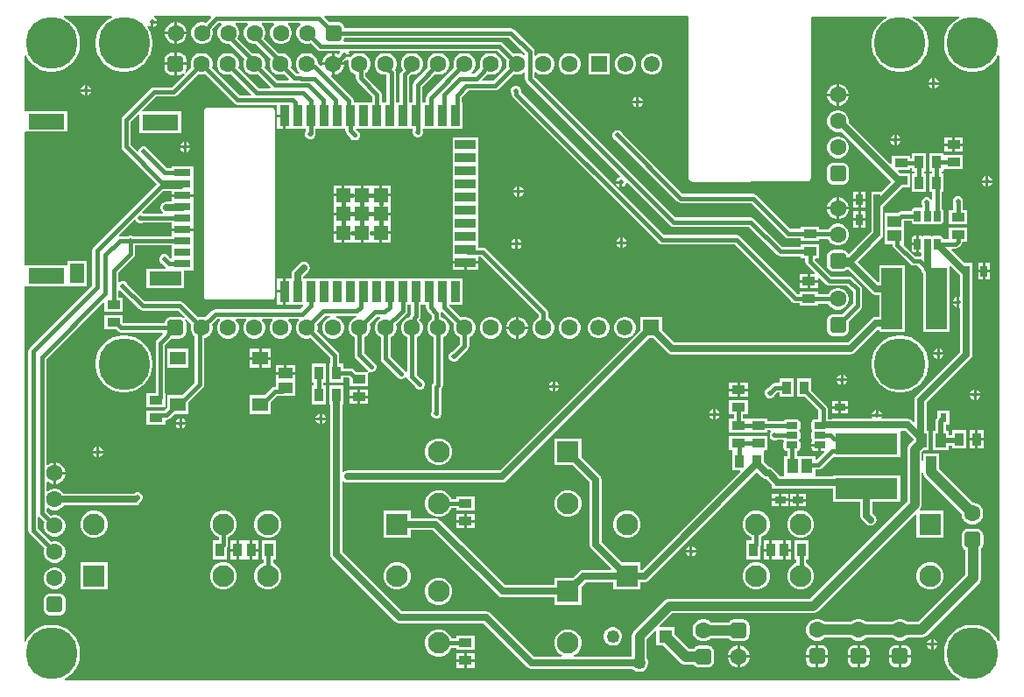
<source format=gtl>
G04*
G04 #@! TF.GenerationSoftware,Altium Limited,Altium Designer,23.10.1 (27)*
G04*
G04 Layer_Physical_Order=1*
G04 Layer_Color=255*
%FSLAX44Y44*%
%MOMM*%
G71*
G04*
G04 #@! TF.SameCoordinates,312DE8FD-0999-4980-B1F4-3DF31CF03A3F*
G04*
G04*
G04 #@! TF.FilePolarity,Positive*
G04*
G01*
G75*
%ADD15R,6.0000X2.0000*%
%ADD16R,0.8500X1.3000*%
%ADD17R,1.0500X0.6500*%
%ADD18R,2.0000X6.0000*%
%ADD19R,1.3000X0.8500*%
G04:AMPARAMS|DCode=20|XSize=1.1mm|YSize=0.6mm|CornerRadius=0.051mm|HoleSize=0mm|Usage=FLASHONLY|Rotation=90.000|XOffset=0mm|YOffset=0mm|HoleType=Round|Shape=RoundedRectangle|*
%AMROUNDEDRECTD20*
21,1,1.1000,0.4980,0,0,90.0*
21,1,0.9980,0.6000,0,0,90.0*
1,1,0.1020,0.2490,0.4990*
1,1,0.1020,0.2490,-0.4990*
1,1,0.1020,-0.2490,-0.4990*
1,1,0.1020,-0.2490,0.4990*
%
%ADD20ROUNDEDRECTD20*%
%ADD21R,1.3500X1.1000*%
%ADD22R,0.6500X1.0500*%
%ADD23R,0.6300X0.8300*%
%ADD24R,1.0000X1.4000*%
G04:AMPARAMS|DCode=25|XSize=1.1mm|YSize=0.6mm|CornerRadius=0.051mm|HoleSize=0mm|Usage=FLASHONLY|Rotation=180.000|XOffset=0mm|YOffset=0mm|HoleType=Round|Shape=RoundedRectangle|*
%AMROUNDEDRECTD25*
21,1,1.1000,0.4980,0,0,180.0*
21,1,0.9980,0.6000,0,0,180.0*
1,1,0.1020,-0.4990,0.2490*
1,1,0.1020,0.4990,0.2490*
1,1,0.1020,0.4990,-0.2490*
1,1,0.1020,-0.4990,-0.2490*
%
%ADD25ROUNDEDRECTD25*%
%ADD26R,1.1000X1.3500*%
%ADD27R,1.5500X1.3000*%
%ADD28R,3.5000X1.6000*%
%ADD29R,3.5000X1.5000*%
%ADD30R,1.4000X1.9500*%
%ADD31R,3.1000X1.4000*%
%ADD32R,1.6000X0.8000*%
%ADD33R,1.3300X1.3300*%
%ADD34R,0.9000X2.0000*%
%ADD35R,2.0000X0.9000*%
%ADD62C,0.6350*%
%ADD63C,0.3810*%
%ADD64C,0.8890*%
%ADD65C,0.5080*%
%ADD66C,1.0160*%
%ADD67R,2.1000X2.1000*%
%ADD68C,2.1000*%
%ADD69R,1.5500X1.5500*%
%ADD70C,1.5500*%
%ADD71C,1.6000*%
G04:AMPARAMS|DCode=72|XSize=1.6mm|YSize=1.6mm|CornerRadius=0.4mm|HoleSize=0mm|Usage=FLASHONLY|Rotation=180.000|XOffset=0mm|YOffset=0mm|HoleType=Round|Shape=RoundedRectangle|*
%AMROUNDEDRECTD72*
21,1,1.6000,0.8000,0,0,180.0*
21,1,0.8000,1.6000,0,0,180.0*
1,1,0.8000,-0.4000,0.4000*
1,1,0.8000,0.4000,0.4000*
1,1,0.8000,0.4000,-0.4000*
1,1,0.8000,-0.4000,-0.4000*
%
%ADD72ROUNDEDRECTD72*%
G04:AMPARAMS|DCode=73|XSize=1.6mm|YSize=1.6mm|CornerRadius=0.4mm|HoleSize=0mm|Usage=FLASHONLY|Rotation=90.000|XOffset=0mm|YOffset=0mm|HoleType=Round|Shape=RoundedRectangle|*
%AMROUNDEDRECTD73*
21,1,1.6000,0.8000,0,0,90.0*
21,1,0.8000,1.6000,0,0,90.0*
1,1,0.8000,0.4000,0.4000*
1,1,0.8000,0.4000,-0.4000*
1,1,0.8000,-0.4000,-0.4000*
1,1,0.8000,-0.4000,0.4000*
%
%ADD73ROUNDEDRECTD73*%
%ADD74C,1.2500*%
%ADD75R,1.2500X1.2500*%
%ADD76C,0.3000*%
%ADD77C,5.0000*%
%ADD78C,0.5000*%
G36*
X1246049Y1145286D02*
X1245880Y989939D01*
X1245882Y989928D01*
X1245880Y989917D01*
X1246030Y989184D01*
X1246174Y988452D01*
X1246181Y988443D01*
X1246183Y988431D01*
X1246602Y987811D01*
X1247015Y987191D01*
X1247025Y987185D01*
X1247031Y987175D01*
X1247655Y986762D01*
X1248275Y986348D01*
X1248286Y986345D01*
X1248295Y986339D01*
X1249028Y986197D01*
X1249761Y986050D01*
X1249772Y986052D01*
X1249783Y986050D01*
X1360097Y986570D01*
X1360830Y986719D01*
X1361569Y986867D01*
X1361575Y986871D01*
X1361582Y986872D01*
X1362204Y987292D01*
X1362829Y987710D01*
X1362833Y987716D01*
X1362839Y987720D01*
X1363252Y988345D01*
X1363669Y988972D01*
X1363671Y988979D01*
X1363675Y988985D01*
X1363817Y989718D01*
X1363963Y990459D01*
X1363796Y1144994D01*
X1364693Y1145893D01*
X1437358D01*
X1437663Y1144623D01*
X1435566Y1143554D01*
X1432059Y1141006D01*
X1428994Y1137941D01*
X1426446Y1134434D01*
X1424478Y1130572D01*
X1423138Y1126449D01*
X1422460Y1122168D01*
Y1117832D01*
X1423138Y1113551D01*
X1424478Y1109428D01*
X1426446Y1105566D01*
X1428994Y1102059D01*
X1432059Y1098994D01*
X1435566Y1096446D01*
X1439428Y1094478D01*
X1443551Y1093138D01*
X1447832Y1092460D01*
X1452168D01*
X1456449Y1093138D01*
X1460572Y1094478D01*
X1464434Y1096446D01*
X1467941Y1098994D01*
X1471006Y1102059D01*
X1473554Y1105566D01*
X1475522Y1109428D01*
X1476862Y1113551D01*
X1477540Y1117832D01*
Y1122168D01*
X1476862Y1126449D01*
X1475522Y1130572D01*
X1473554Y1134434D01*
X1471006Y1137941D01*
X1467941Y1141006D01*
X1464434Y1143554D01*
X1462337Y1144623D01*
X1462642Y1145893D01*
X1507358D01*
X1507663Y1144623D01*
X1505566Y1143554D01*
X1502059Y1141006D01*
X1498994Y1137941D01*
X1496446Y1134434D01*
X1494478Y1130572D01*
X1493138Y1126449D01*
X1492460Y1122168D01*
Y1117832D01*
X1493138Y1113551D01*
X1494478Y1109428D01*
X1496446Y1105566D01*
X1498994Y1102059D01*
X1502059Y1098994D01*
X1505566Y1096446D01*
X1509428Y1094478D01*
X1513551Y1093138D01*
X1517832Y1092460D01*
X1522168D01*
X1526449Y1093138D01*
X1530572Y1094478D01*
X1534434Y1096446D01*
X1537941Y1098994D01*
X1541006Y1102059D01*
X1543554Y1105566D01*
X1544889Y1108184D01*
X1546158Y1107879D01*
X1546008Y542416D01*
X1544738Y542112D01*
X1543554Y544434D01*
X1541006Y547941D01*
X1537941Y551006D01*
X1534434Y553554D01*
X1530572Y555522D01*
X1526449Y556862D01*
X1522168Y557540D01*
X1517832D01*
X1513551Y556862D01*
X1509428Y555522D01*
X1505566Y553554D01*
X1502059Y551006D01*
X1498994Y547941D01*
X1496446Y544434D01*
X1494478Y540572D01*
X1493138Y536449D01*
X1492460Y532168D01*
Y527832D01*
X1493138Y523551D01*
X1494478Y519428D01*
X1496446Y515566D01*
X1498994Y512059D01*
X1502059Y508994D01*
X1505566Y506446D01*
X1508038Y505186D01*
X1507733Y503916D01*
X642884Y504231D01*
X642580Y505501D01*
X644434Y506446D01*
X647941Y508994D01*
X651006Y512059D01*
X653554Y515566D01*
X655522Y519428D01*
X656862Y523551D01*
X657540Y527832D01*
Y532168D01*
X656862Y536449D01*
X655522Y540572D01*
X653554Y544434D01*
X651006Y547941D01*
X647941Y551006D01*
X644434Y553554D01*
X640572Y555522D01*
X636449Y556862D01*
X632168Y557540D01*
X627833D01*
X623551Y556862D01*
X619428Y555522D01*
X615566Y553554D01*
X612059Y551006D01*
X608994Y547941D01*
X606446Y544434D01*
X604996Y541590D01*
X603726Y541895D01*
X603818Y884651D01*
X604960Y884960D01*
X605088Y884960D01*
X664040D01*
Y909540D01*
X644960D01*
Y905040D01*
X605093D01*
X603823Y905362D01*
X603858Y1034055D01*
X604960Y1034460D01*
X605128Y1034460D01*
X645040D01*
Y1054540D01*
X605133D01*
X603863Y1054958D01*
X603877Y1107809D01*
X605148Y1108114D01*
X606446Y1105566D01*
X608994Y1102059D01*
X612059Y1098994D01*
X615566Y1096446D01*
X619428Y1094478D01*
X623551Y1093138D01*
X627833Y1092460D01*
X632168D01*
X636449Y1093138D01*
X640572Y1094478D01*
X644434Y1096446D01*
X647941Y1098994D01*
X651006Y1102059D01*
X653554Y1105566D01*
X655522Y1109428D01*
X656862Y1113551D01*
X657540Y1117832D01*
Y1122168D01*
X656862Y1126449D01*
X655522Y1130572D01*
X653554Y1134434D01*
X651006Y1137941D01*
X647941Y1141006D01*
X644434Y1143554D01*
X641765Y1144914D01*
X642070Y1146184D01*
X687930D01*
X688235Y1144914D01*
X685566Y1143554D01*
X682059Y1141006D01*
X678994Y1137941D01*
X676446Y1134434D01*
X674478Y1130572D01*
X673138Y1126449D01*
X672460Y1122168D01*
Y1117832D01*
X673138Y1113551D01*
X674478Y1109428D01*
X676446Y1105566D01*
X678994Y1102059D01*
X682059Y1098994D01*
X685566Y1096446D01*
X689428Y1094478D01*
X693551Y1093138D01*
X697832Y1092460D01*
X702168D01*
X706449Y1093138D01*
X710572Y1094478D01*
X714434Y1096446D01*
X717941Y1098994D01*
X721006Y1102059D01*
X723554Y1105566D01*
X725522Y1109428D01*
X726862Y1113551D01*
X727540Y1117832D01*
Y1122168D01*
X726862Y1126449D01*
X725522Y1130572D01*
X723554Y1134434D01*
X722203Y1136295D01*
X723171Y1137122D01*
X724304Y1135989D01*
X725889Y1135333D01*
Y1140262D01*
X727159D01*
Y1141532D01*
X732088D01*
X731432Y1143117D01*
X730014Y1144535D01*
X729097Y1144914D01*
X729350Y1146184D01*
X783516D01*
X784002Y1145011D01*
X778951Y1139960D01*
X776788Y1140540D01*
X774012D01*
X771332Y1139822D01*
X768928Y1138434D01*
X766966Y1136472D01*
X765578Y1134068D01*
X764860Y1131388D01*
Y1128612D01*
X765578Y1125932D01*
X766966Y1123528D01*
X768928Y1121566D01*
X771332Y1120178D01*
X774012Y1119460D01*
X776788D01*
X779468Y1120178D01*
X781872Y1121566D01*
X783834Y1123528D01*
X785222Y1125932D01*
X785940Y1128612D01*
Y1131388D01*
X785360Y1133551D01*
X791277Y1139468D01*
X793758D01*
X794092Y1138198D01*
X792366Y1136472D01*
X790978Y1134068D01*
X790260Y1131388D01*
Y1128612D01*
X790978Y1125932D01*
X792366Y1123528D01*
X794328Y1121566D01*
X796732Y1120178D01*
X799412Y1119460D01*
X802188D01*
X802379Y1119511D01*
X816653Y1105237D01*
X815978Y1104068D01*
X815260Y1101388D01*
Y1098612D01*
X815978Y1095932D01*
X817366Y1093528D01*
X819328Y1091566D01*
X821732Y1090178D01*
X824412Y1089460D01*
X827188D01*
X829351Y1090040D01*
X841685Y1077705D01*
X841199Y1076532D01*
X830277D01*
X810360Y1096449D01*
X810940Y1098612D01*
Y1101388D01*
X810222Y1104068D01*
X808834Y1106472D01*
X806872Y1108434D01*
X804468Y1109822D01*
X801788Y1110540D01*
X799012D01*
X796332Y1109822D01*
X793928Y1108434D01*
X791966Y1106472D01*
X790578Y1104068D01*
X789860Y1101388D01*
Y1098612D01*
X790578Y1095932D01*
X791966Y1093528D01*
X793928Y1091566D01*
X796332Y1090178D01*
X799012Y1089460D01*
X801788D01*
X803951Y1090040D01*
X823285Y1070705D01*
X822799Y1069532D01*
X811877D01*
X784960Y1096449D01*
X785540Y1098612D01*
Y1101388D01*
X784822Y1104068D01*
X783434Y1106472D01*
X781472Y1108434D01*
X779068Y1109822D01*
X776388Y1110540D01*
X773612D01*
X770932Y1109822D01*
X768528Y1108434D01*
X766566Y1106472D01*
X765178Y1104068D01*
X764460Y1101388D01*
Y1098612D01*
X765040Y1096449D01*
X759664Y1091073D01*
X758707Y1091912D01*
X759313Y1092702D01*
X759972Y1094293D01*
X760196Y1096000D01*
Y1098730D01*
X750870D01*
Y1089404D01*
X753600D01*
X755307Y1089628D01*
X756898Y1090287D01*
X757688Y1090893D01*
X758527Y1089936D01*
X745956Y1077366D01*
X728834D01*
X728834Y1077366D01*
X727099Y1077021D01*
X725629Y1076038D01*
X725629Y1076038D01*
X698795Y1049205D01*
X697813Y1047734D01*
X697468Y1046000D01*
Y1020000D01*
X697813Y1018266D01*
X698795Y1016795D01*
X731591Y984000D01*
X670795Y923205D01*
X669813Y921734D01*
X669468Y920000D01*
Y885877D01*
X608795Y825205D01*
X607813Y823734D01*
X607468Y822000D01*
Y649000D01*
X607813Y647266D01*
X608795Y645795D01*
X623040Y631551D01*
X622460Y629388D01*
Y626612D01*
X623178Y623932D01*
X624566Y621528D01*
X626528Y619566D01*
X628932Y618178D01*
X631612Y617460D01*
X634388D01*
X637068Y618178D01*
X639472Y619566D01*
X641434Y621528D01*
X642822Y623932D01*
X643540Y626612D01*
Y629388D01*
X642822Y632068D01*
X641434Y634472D01*
X639472Y636434D01*
X637068Y637822D01*
X634388Y638540D01*
X631612D01*
X629449Y637960D01*
X616532Y650877D01*
Y661663D01*
X617802Y662189D01*
X623040Y656951D01*
X622460Y654788D01*
Y652012D01*
X623178Y649332D01*
X624566Y646928D01*
X626528Y644966D01*
X628932Y643578D01*
X631612Y642860D01*
X634388D01*
X637068Y643578D01*
X639472Y644966D01*
X641434Y646928D01*
X642822Y649332D01*
X643540Y652012D01*
Y654788D01*
X642822Y657468D01*
X641434Y659872D01*
X639472Y661834D01*
X637068Y663222D01*
X634388Y663940D01*
X631612D01*
X629449Y663360D01*
X625087Y667722D01*
Y670148D01*
X626260Y670634D01*
X626528Y670366D01*
X628932Y668978D01*
X631612Y668260D01*
X634388D01*
X637068Y668978D01*
X639472Y670366D01*
X641434Y672328D01*
X641806Y672973D01*
X710478D01*
X712708Y673417D01*
X714598Y674680D01*
X715861Y676570D01*
X715902Y676774D01*
X717273Y678145D01*
X718040Y679997D01*
Y682002D01*
X717273Y683855D01*
X715855Y685273D01*
X714003Y686040D01*
X711998D01*
X710145Y685273D01*
X709499Y684627D01*
X641806D01*
X641434Y685272D01*
X639472Y687234D01*
X637068Y688622D01*
X634388Y689340D01*
X631612D01*
X628932Y688622D01*
X626528Y687234D01*
X626260Y686966D01*
X625087Y687452D01*
Y695548D01*
X626260Y696034D01*
X626528Y695766D01*
X628932Y694378D01*
X631612Y693660D01*
X631730D01*
Y704200D01*
Y714740D01*
X631612D01*
X628932Y714022D01*
X626528Y712634D01*
X626260Y712366D01*
X625087Y712852D01*
Y814678D01*
X679787Y869377D01*
X680960Y868891D01*
Y860210D01*
X699040D01*
Y873790D01*
X694532D01*
Y880599D01*
X695802Y881125D01*
X696200Y880727D01*
X697426Y880219D01*
X714798Y862848D01*
X716268Y861865D01*
X718003Y861520D01*
X752170D01*
X758627Y855064D01*
X757788Y854107D01*
X756998Y854713D01*
X755407Y855372D01*
X753700Y855596D01*
X745700D01*
X743993Y855372D01*
X742402Y854713D01*
X741036Y853664D01*
X739987Y852298D01*
X739328Y850707D01*
X739174Y849532D01*
X699127D01*
X699040Y849619D01*
Y856790D01*
X680960D01*
Y843210D01*
X692631D01*
X694045Y841795D01*
X695516Y840813D01*
X697250Y840468D01*
X697250Y840468D01*
X737099D01*
X737585Y839295D01*
X731795Y833505D01*
X730813Y832034D01*
X730468Y830300D01*
Y781790D01*
X721960D01*
Y768210D01*
X740040D01*
Y781790D01*
X739532D01*
Y828423D01*
X745535Y834425D01*
X745700Y834404D01*
X753700D01*
X755407Y834628D01*
X756998Y835287D01*
X758364Y836336D01*
X759413Y837702D01*
X760072Y839293D01*
X760296Y841000D01*
Y849000D01*
X760072Y850707D01*
X759413Y852298D01*
X758807Y853088D01*
X759764Y853927D01*
X765140Y848551D01*
X764560Y846388D01*
Y843612D01*
X765278Y840932D01*
X766666Y838528D01*
X768468Y836726D01*
Y791877D01*
X756131Y779540D01*
X741960D01*
Y767869D01*
X738968Y764877D01*
X733345D01*
X732907Y764790D01*
X721960D01*
Y751210D01*
X740040D01*
Y755813D01*
X740845D01*
X742579Y756158D01*
X744050Y757140D01*
X748369Y761460D01*
X762540D01*
Y773131D01*
X776205Y786795D01*
X777187Y788266D01*
X777532Y790000D01*
Y834740D01*
X779168Y835178D01*
X781572Y836566D01*
X783534Y838528D01*
X784922Y840932D01*
X785640Y843612D01*
Y846388D01*
X785060Y848551D01*
X789977Y853468D01*
X792266D01*
X792792Y852198D01*
X792066Y851472D01*
X790678Y849068D01*
X789960Y846388D01*
Y843612D01*
X790678Y840932D01*
X792066Y838528D01*
X794028Y836566D01*
X796432Y835178D01*
X799112Y834460D01*
X801888D01*
X804568Y835178D01*
X806972Y836566D01*
X808934Y838528D01*
X810322Y840932D01*
X811040Y843612D01*
Y846388D01*
X810322Y849068D01*
X808934Y851472D01*
X808208Y852198D01*
X808734Y853468D01*
X817666D01*
X818192Y852198D01*
X817466Y851472D01*
X816078Y849068D01*
X815360Y846388D01*
Y843612D01*
X816078Y840932D01*
X817466Y838528D01*
X819428Y836566D01*
X821832Y835178D01*
X824512Y834460D01*
X827288D01*
X829968Y835178D01*
X832372Y836566D01*
X834334Y838528D01*
X835722Y840932D01*
X836440Y843612D01*
Y846388D01*
X835722Y849068D01*
X834334Y851472D01*
X833608Y852198D01*
X834134Y853468D01*
X843066D01*
X843592Y852198D01*
X842866Y851472D01*
X841478Y849068D01*
X840760Y846388D01*
Y843612D01*
X841478Y840932D01*
X842866Y838528D01*
X844828Y836566D01*
X847232Y835178D01*
X849912Y834460D01*
X852688D01*
X855368Y835178D01*
X857772Y836566D01*
X859734Y838528D01*
X861122Y840932D01*
X861840Y843612D01*
Y846388D01*
X861122Y849068D01*
X859734Y851472D01*
X859008Y852198D01*
X859534Y853468D01*
X868466D01*
X868992Y852198D01*
X868266Y851472D01*
X866878Y849068D01*
X866160Y846388D01*
Y843612D01*
X866878Y840932D01*
X868266Y838528D01*
X870228Y836566D01*
X872632Y835178D01*
X875312Y834460D01*
X878088D01*
X880251Y835040D01*
X899168Y816123D01*
Y810040D01*
X898210D01*
Y791960D01*
X911790D01*
Y796468D01*
X916873D01*
X917960Y795381D01*
Y788210D01*
X936040D01*
Y801396D01*
X937083Y802339D01*
X937998Y801960D01*
X940003D01*
X941855Y802727D01*
X943273Y804145D01*
X944040Y805997D01*
Y808002D01*
X943273Y809855D01*
X941855Y811273D01*
X940629Y811781D01*
X932032Y820377D01*
Y835446D01*
X933972Y836566D01*
X935934Y838528D01*
X937322Y840932D01*
X938040Y843612D01*
Y846388D01*
X937460Y848551D01*
X944377Y855468D01*
X947411D01*
X947751Y854198D01*
X946428Y853434D01*
X944466Y851472D01*
X943078Y849068D01*
X942360Y846388D01*
Y843612D01*
X943078Y840932D01*
X944466Y838528D01*
X946428Y836566D01*
X948368Y835446D01*
Y815100D01*
X948713Y813366D01*
X949695Y811895D01*
X963219Y798371D01*
X963727Y797145D01*
X965145Y795727D01*
X966998Y794960D01*
X969003D01*
X970855Y795727D01*
X972273Y797145D01*
X972278Y797157D01*
X972564Y797243D01*
X974035Y796359D01*
X974113Y795966D01*
X975095Y794495D01*
X981219Y788371D01*
X981727Y787145D01*
X983145Y785727D01*
X984997Y784960D01*
X987002D01*
X988855Y785727D01*
X990273Y787145D01*
X991040Y788997D01*
Y791003D01*
X990273Y792855D01*
X988855Y794273D01*
X987629Y794781D01*
X982832Y799577D01*
Y835446D01*
X984772Y836566D01*
X986734Y838528D01*
X988122Y840932D01*
X988840Y843612D01*
Y846388D01*
X988122Y849068D01*
X986734Y851472D01*
X985287Y852919D01*
X986187Y854266D01*
X986532Y856000D01*
X986532Y856000D01*
Y867460D01*
X991782D01*
Y864285D01*
X992127Y862551D01*
X993110Y861080D01*
X997352Y856838D01*
Y853506D01*
X997228Y853434D01*
X995266Y851472D01*
X993878Y849068D01*
X993160Y846388D01*
Y843612D01*
X993878Y840932D01*
X995266Y838528D01*
X997228Y836566D01*
X999168Y835446D01*
Y790997D01*
X998795Y790625D01*
X997813Y789154D01*
X997468Y787420D01*
Y764229D01*
X996960Y763002D01*
Y760997D01*
X997727Y759145D01*
X999145Y757727D01*
X1000997Y756960D01*
X1003002D01*
X1004855Y757727D01*
X1006273Y759145D01*
X1007040Y760997D01*
Y763002D01*
X1006532Y764229D01*
Y785543D01*
X1006905Y785915D01*
X1006905Y785915D01*
X1007887Y787386D01*
X1008232Y789120D01*
Y835446D01*
X1010172Y836566D01*
X1012134Y838528D01*
X1013522Y840932D01*
X1014240Y843612D01*
Y846388D01*
X1013522Y849068D01*
X1012134Y851472D01*
X1010172Y853434D01*
X1007768Y854822D01*
X1006416Y855184D01*
Y858715D01*
X1006416Y858715D01*
X1006227Y859668D01*
X1007397Y860293D01*
X1019140Y848551D01*
X1018560Y846388D01*
Y843612D01*
X1019278Y840932D01*
X1020666Y838528D01*
X1022628Y836566D01*
X1024568Y835446D01*
Y828977D01*
X1017371Y821781D01*
X1016145Y821273D01*
X1014727Y819855D01*
X1013960Y818002D01*
Y815997D01*
X1014727Y814145D01*
X1016145Y812727D01*
X1017998Y811960D01*
X1020003D01*
X1021855Y812727D01*
X1023273Y814145D01*
X1023781Y815371D01*
X1032305Y823895D01*
X1032305Y823895D01*
X1033287Y825366D01*
X1033632Y827100D01*
X1033632Y827100D01*
Y835446D01*
X1035572Y836566D01*
X1037534Y838528D01*
X1038922Y840932D01*
X1039640Y843612D01*
Y846388D01*
X1038922Y849068D01*
X1037534Y851472D01*
X1035572Y853434D01*
X1033168Y854822D01*
X1030488Y855540D01*
X1027712D01*
X1025549Y854960D01*
X1014347Y866162D01*
Y867460D01*
X1027140D01*
Y892540D01*
X873527D01*
Y894286D01*
X878120Y898880D01*
X879383Y900770D01*
X879827Y903000D01*
X879383Y905230D01*
X878120Y907120D01*
X876230Y908383D01*
X874000Y908827D01*
X871770Y908383D01*
X869880Y907120D01*
X863580Y900820D01*
X862317Y898930D01*
X861873Y896700D01*
Y892540D01*
X856270D01*
Y880000D01*
Y867460D01*
X873391D01*
X873877Y866287D01*
X870123Y862532D01*
X788100D01*
X786366Y862187D01*
X784895Y861205D01*
X778651Y854960D01*
X776488Y855540D01*
X773712D01*
X771549Y854960D01*
X757252Y869257D01*
X755782Y870239D01*
X754048Y870584D01*
X719880D01*
X703836Y886629D01*
X703328Y887855D01*
X701910Y889273D01*
X700058Y890040D01*
X698053D01*
X696200Y889273D01*
X695802Y888875D01*
X694532Y889401D01*
Y898123D01*
X709205Y912795D01*
X709205Y912795D01*
X710187Y914266D01*
X710532Y916000D01*
Y924343D01*
X745960D01*
Y912245D01*
X744690Y911719D01*
X743781Y912629D01*
X743273Y913855D01*
X741855Y915273D01*
X740003Y916040D01*
X737998D01*
X736145Y915273D01*
X734727Y913855D01*
X733960Y912002D01*
Y909997D01*
X734727Y908145D01*
X736145Y906727D01*
X737371Y906219D01*
X740045Y903545D01*
X740045Y903545D01*
X740398Y903310D01*
X740012Y902040D01*
X721960D01*
Y882960D01*
X758040D01*
Y900210D01*
X767040D01*
Y911210D01*
Y922210D01*
Y933210D01*
Y938480D01*
X745960D01*
Y933407D01*
X708531D01*
X707002Y934040D01*
X704997D01*
X703771Y933532D01*
X696000D01*
X695672Y933467D01*
X695047Y934637D01*
X709826Y949417D01*
X711324Y949119D01*
X711727Y948145D01*
X713145Y946727D01*
X714997Y945960D01*
X717002D01*
X717927Y946343D01*
X745960D01*
Y941020D01*
X767040D01*
Y944210D01*
Y955210D01*
Y966210D01*
Y971480D01*
X745960D01*
Y967055D01*
X741228D01*
X738998Y966611D01*
X737107Y965348D01*
X735844Y963458D01*
X735401Y961228D01*
X735844Y958998D01*
X737107Y957107D01*
X737751Y956677D01*
X737366Y955407D01*
X718531D01*
X717881Y955676D01*
X717583Y957174D01*
X737532Y977123D01*
X745960D01*
Y974020D01*
X767040D01*
Y977210D01*
Y988210D01*
Y1001290D01*
X745960D01*
Y999282D01*
X741127D01*
X723781Y1016629D01*
X723273Y1017855D01*
X721855Y1019273D01*
X720003Y1020040D01*
X717998D01*
X716145Y1019273D01*
X714727Y1017855D01*
X714031Y1016174D01*
X712787Y1015623D01*
X706532Y1021877D01*
Y1044123D01*
X713787Y1051377D01*
X714960Y1050891D01*
Y1032960D01*
X755040D01*
Y1054040D01*
X718109D01*
X717623Y1055213D01*
X730711Y1068302D01*
X747834D01*
X749568Y1068647D01*
X751038Y1069629D01*
X771449Y1090040D01*
X773612Y1089460D01*
X776388D01*
X778551Y1090040D01*
X806795Y1061795D01*
X808266Y1060813D01*
X810000Y1060468D01*
X810000Y1060468D01*
X847960D01*
Y1051270D01*
X855000D01*
Y1050000D01*
X856270D01*
Y1037460D01*
X875868D01*
Y1034995D01*
X875727Y1034855D01*
X874960Y1033002D01*
Y1030997D01*
X875727Y1029145D01*
X877145Y1027727D01*
X878997Y1026960D01*
X881003D01*
X882855Y1027727D01*
X884273Y1029145D01*
X885040Y1030997D01*
Y1033002D01*
X884932Y1033263D01*
Y1037460D01*
X913968D01*
Y1035500D01*
X914313Y1033766D01*
X915295Y1032295D01*
X918219Y1029371D01*
X918727Y1028145D01*
X920145Y1026727D01*
X921998Y1025960D01*
X924003D01*
X925855Y1026727D01*
X927273Y1028145D01*
X928040Y1029997D01*
Y1032002D01*
X927273Y1033855D01*
X925855Y1035273D01*
X924629Y1035781D01*
X924219Y1036190D01*
X924745Y1037460D01*
X979240D01*
Y1035679D01*
X978960Y1035003D01*
Y1032998D01*
X979727Y1031145D01*
X981145Y1029727D01*
X982998Y1028960D01*
X985003D01*
X986855Y1029727D01*
X988273Y1031145D01*
X989040Y1032998D01*
Y1035003D01*
X988548Y1036190D01*
X989282Y1037460D01*
X1027140D01*
Y1062540D01*
X1026282D01*
Y1067873D01*
X1032877Y1074468D01*
X1058800D01*
X1060534Y1074813D01*
X1062005Y1075795D01*
X1076249Y1090040D01*
X1078412Y1089460D01*
X1081188D01*
X1083868Y1090178D01*
X1086272Y1091566D01*
X1086540Y1091834D01*
X1087713Y1091348D01*
Y1085755D01*
X1088058Y1084021D01*
X1089040Y1082550D01*
X1179916Y991675D01*
X1179430Y990502D01*
X1179216D01*
X1177364Y989734D01*
X1175946Y988317D01*
X1175290Y986732D01*
X1180219D01*
Y985462D01*
X1181489D01*
Y980533D01*
X1183074Y981189D01*
X1184492Y982607D01*
X1185259Y984459D01*
Y984672D01*
X1186432Y985158D01*
X1227795Y943795D01*
X1227795Y943795D01*
X1229266Y942813D01*
X1231000Y942468D01*
X1231000Y942468D01*
X1304123D01*
X1331295Y915295D01*
X1331295Y915295D01*
X1332766Y914313D01*
X1334500Y913968D01*
X1353960D01*
Y911710D01*
X1358468D01*
Y909000D01*
X1358813Y907266D01*
X1359795Y905795D01*
X1367627Y897963D01*
X1367141Y896790D01*
X1363270D01*
Y891270D01*
X1371040D01*
Y892891D01*
X1372213Y893377D01*
X1378795Y886795D01*
X1380266Y885813D01*
X1382000Y885468D01*
X1399123D01*
X1404468Y880123D01*
Y868177D01*
X1394165Y857875D01*
X1394000Y857896D01*
X1386000D01*
X1384293Y857672D01*
X1382702Y857013D01*
X1381336Y855964D01*
X1380287Y854598D01*
X1379628Y853007D01*
X1379404Y851300D01*
Y843300D01*
X1379628Y841593D01*
X1380287Y840002D01*
X1381336Y838636D01*
X1382702Y837587D01*
X1384293Y836928D01*
X1386000Y836704D01*
X1394000D01*
X1395707Y836928D01*
X1397298Y837587D01*
X1398664Y838636D01*
X1399713Y840002D01*
X1400372Y841593D01*
X1400596Y843300D01*
Y851300D01*
X1400575Y851465D01*
X1412205Y863095D01*
X1413187Y864566D01*
X1413532Y866300D01*
Y882000D01*
X1413187Y883734D01*
X1412205Y885205D01*
X1404205Y893205D01*
X1402734Y894187D01*
X1401000Y894532D01*
X1383877D01*
X1367969Y910440D01*
X1368495Y911710D01*
X1372040D01*
Y925290D01*
X1353960D01*
Y923032D01*
X1336377D01*
X1309205Y950205D01*
X1307734Y951187D01*
X1306000Y951532D01*
X1232877D01*
X1096777Y1087632D01*
Y1091858D01*
X1097950Y1092344D01*
X1098728Y1091566D01*
X1101132Y1090178D01*
X1103812Y1089460D01*
X1106588D01*
X1109268Y1090178D01*
X1111672Y1091566D01*
X1113634Y1093528D01*
X1115022Y1095932D01*
X1115740Y1098612D01*
Y1101388D01*
X1115022Y1104068D01*
X1113634Y1106472D01*
X1111672Y1108434D01*
X1109268Y1109822D01*
X1106588Y1110540D01*
X1103812D01*
X1101132Y1109822D01*
X1098728Y1108434D01*
X1097950Y1107656D01*
X1096777Y1108142D01*
Y1111755D01*
X1096432Y1113489D01*
X1095450Y1114960D01*
X1077205Y1133205D01*
X1075734Y1134187D01*
X1074000Y1134532D01*
X912926D01*
X912772Y1135707D01*
X912113Y1137298D01*
X911064Y1138664D01*
X909698Y1139713D01*
X908107Y1140372D01*
X906400Y1140596D01*
X898400D01*
X898235Y1140575D01*
X893798Y1145011D01*
X894284Y1146184D01*
X1245151D01*
X1246049Y1145286D01*
D02*
G37*
G36*
X870292Y1138198D02*
X868566Y1136472D01*
X867178Y1134068D01*
X866460Y1131388D01*
Y1128612D01*
X867178Y1125932D01*
X868566Y1123528D01*
X870528Y1121566D01*
X872932Y1120178D01*
X875612Y1119460D01*
X878388D01*
X880551Y1120040D01*
X886795Y1113795D01*
X888266Y1112813D01*
X890000Y1112468D01*
X908487D01*
X909013Y1111198D01*
X908755Y1110940D01*
X908353Y1109969D01*
X906815Y1109391D01*
X906068Y1109822D01*
X903388Y1110540D01*
X903270D01*
Y1101270D01*
X912540D01*
Y1101388D01*
X912366Y1102038D01*
X913139Y1103045D01*
X914031D01*
X915883Y1103813D01*
X916309Y1104239D01*
X917448Y1103582D01*
X916860Y1101388D01*
Y1098612D01*
X917578Y1095932D01*
X918966Y1093528D01*
X920928Y1091566D01*
X923332Y1090178D01*
X924259Y1089930D01*
Y1086285D01*
X924604Y1084551D01*
X925586Y1083080D01*
X939829Y1068838D01*
Y1062540D01*
X922087D01*
Y1064445D01*
X922087Y1064445D01*
X921742Y1066179D01*
X920760Y1067650D01*
X920760Y1067650D01*
X900004Y1088406D01*
X900283Y1088889D01*
X900730Y1089441D01*
Y1098730D01*
X891441D01*
X890889Y1098283D01*
X890406Y1098004D01*
X888393Y1100017D01*
X887639Y1100520D01*
X887287Y1100872D01*
X887140Y1100971D01*
Y1101388D01*
X886422Y1104068D01*
X885034Y1106472D01*
X883072Y1108434D01*
X880668Y1109822D01*
X877988Y1110540D01*
X875212D01*
X872532Y1109822D01*
X870128Y1108434D01*
X868166Y1106472D01*
X866778Y1104068D01*
X866060Y1101388D01*
Y1098612D01*
X866778Y1095932D01*
X868166Y1093528D01*
X869747Y1091947D01*
X869221Y1090677D01*
X866932D01*
X861160Y1096449D01*
X861740Y1098612D01*
Y1101388D01*
X861022Y1104068D01*
X859634Y1106472D01*
X857672Y1108434D01*
X855268Y1109822D01*
X852588Y1110540D01*
X849812D01*
X849621Y1110489D01*
X835347Y1124763D01*
X836022Y1125932D01*
X836740Y1128612D01*
Y1131388D01*
X836022Y1134068D01*
X834634Y1136472D01*
X832908Y1138198D01*
X833242Y1139468D01*
X844558D01*
X844892Y1138198D01*
X843166Y1136472D01*
X841778Y1134068D01*
X841060Y1131388D01*
Y1128612D01*
X841778Y1125932D01*
X843166Y1123528D01*
X845128Y1121566D01*
X847532Y1120178D01*
X850212Y1119460D01*
X852988D01*
X855668Y1120178D01*
X858072Y1121566D01*
X860034Y1123528D01*
X861422Y1125932D01*
X862140Y1128612D01*
Y1131388D01*
X861422Y1134068D01*
X860034Y1136472D01*
X858308Y1138198D01*
X858642Y1139468D01*
X869958D01*
X870292Y1138198D01*
D02*
G37*
G36*
X1087713Y1109878D02*
Y1108652D01*
X1086540Y1108166D01*
X1086272Y1108434D01*
X1083868Y1109822D01*
X1081188Y1110540D01*
X1078412D01*
X1076249Y1109960D01*
X1066005Y1120205D01*
X1064534Y1121187D01*
X1062800Y1121532D01*
X912651D01*
X912480Y1121878D01*
X912154Y1122802D01*
X912772Y1124293D01*
X912926Y1125468D01*
X1072123D01*
X1087713Y1109878D01*
D02*
G37*
G36*
X1069840Y1103551D02*
X1069260Y1101388D01*
Y1098612D01*
X1069840Y1096449D01*
X1056923Y1083532D01*
X1046001D01*
X1045515Y1084705D01*
X1050849Y1090040D01*
X1053012Y1089460D01*
X1055788D01*
X1058468Y1090178D01*
X1060872Y1091566D01*
X1062834Y1093528D01*
X1064222Y1095932D01*
X1064940Y1098612D01*
Y1101388D01*
X1064222Y1104068D01*
X1062834Y1106472D01*
X1060872Y1108434D01*
X1058468Y1109822D01*
X1055788Y1110540D01*
X1053012D01*
X1050332Y1109822D01*
X1047928Y1108434D01*
X1045966Y1106472D01*
X1044578Y1104068D01*
X1043860Y1101388D01*
Y1098612D01*
X1044440Y1096449D01*
X1038523Y1090532D01*
X1036042D01*
X1035708Y1091802D01*
X1037434Y1093528D01*
X1038822Y1095932D01*
X1039540Y1098612D01*
Y1101388D01*
X1038822Y1104068D01*
X1037434Y1106472D01*
X1035472Y1108434D01*
X1033068Y1109822D01*
X1030388Y1110540D01*
X1027612D01*
X1024932Y1109822D01*
X1022528Y1108434D01*
X1020566Y1106472D01*
X1019178Y1104068D01*
X1018460Y1101388D01*
Y1098612D01*
X1019040Y1096449D01*
X993145Y1070555D01*
X992163Y1069084D01*
X991818Y1067350D01*
Y1062540D01*
X988182D01*
Y1078173D01*
X1000049Y1090040D01*
X1002212Y1089460D01*
X1004988D01*
X1007668Y1090178D01*
X1010072Y1091566D01*
X1012034Y1093528D01*
X1013422Y1095932D01*
X1014140Y1098612D01*
Y1101388D01*
X1013422Y1104068D01*
X1012034Y1106472D01*
X1010072Y1108434D01*
X1007668Y1109822D01*
X1004988Y1110540D01*
X1002212D01*
X999532Y1109822D01*
X997128Y1108434D01*
X995166Y1106472D01*
X993778Y1104068D01*
X993060Y1101388D01*
Y1098612D01*
X993640Y1096449D01*
X980445Y1083255D01*
X979463Y1081784D01*
X979118Y1080050D01*
Y1062540D01*
X975532D01*
Y1087624D01*
X977368Y1089460D01*
X979588D01*
X982268Y1090178D01*
X984672Y1091566D01*
X986634Y1093528D01*
X988022Y1095932D01*
X988740Y1098612D01*
Y1101388D01*
X988022Y1104068D01*
X986634Y1106472D01*
X984672Y1108434D01*
X982268Y1109822D01*
X979588Y1110540D01*
X976812D01*
X974132Y1109822D01*
X971728Y1108434D01*
X969766Y1106472D01*
X968378Y1104068D01*
X967660Y1101388D01*
Y1098612D01*
X968378Y1095932D01*
X969346Y1094256D01*
X967795Y1092706D01*
X966813Y1091236D01*
X966468Y1089501D01*
Y1062540D01*
X962782D01*
Y1091251D01*
X962782Y1091251D01*
X962437Y1092986D01*
X961624Y1094203D01*
X962622Y1095932D01*
X963340Y1098612D01*
Y1101388D01*
X962622Y1104068D01*
X961234Y1106472D01*
X959272Y1108434D01*
X956868Y1109822D01*
X954188Y1110540D01*
X951412D01*
X948732Y1109822D01*
X946328Y1108434D01*
X944366Y1106472D01*
X942978Y1104068D01*
X942260Y1101388D01*
Y1098612D01*
X942978Y1095932D01*
X944366Y1093528D01*
X946328Y1091566D01*
X948732Y1090178D01*
X951412Y1089460D01*
X953632D01*
X953718Y1089374D01*
Y1062540D01*
X948893D01*
Y1070715D01*
X948548Y1072449D01*
X947565Y1073920D01*
X933323Y1088162D01*
Y1091249D01*
X933872Y1091566D01*
X935834Y1093528D01*
X937222Y1095932D01*
X937940Y1098612D01*
Y1101388D01*
X937222Y1104068D01*
X935834Y1106472D01*
X933872Y1108434D01*
X931468Y1109822D01*
X928788Y1110540D01*
X926012D01*
X923332Y1109822D01*
X920928Y1108434D01*
X919241Y1106747D01*
X919003Y1106815D01*
X913028D01*
Y1109355D01*
X917957D01*
X917301Y1110940D01*
X917043Y1111198D01*
X917569Y1112468D01*
X1060923D01*
X1069840Y1103551D01*
D02*
G37*
G36*
X819492Y1138198D02*
X817766Y1136472D01*
X816378Y1134068D01*
X815660Y1131388D01*
Y1128612D01*
X816378Y1125932D01*
X817766Y1123528D01*
X819728Y1121566D01*
X822132Y1120178D01*
X824812Y1119460D01*
X827588D01*
X827779Y1119511D01*
X842053Y1105237D01*
X841378Y1104068D01*
X840660Y1101388D01*
Y1098612D01*
X841378Y1095932D01*
X842766Y1093528D01*
X844728Y1091566D01*
X847132Y1090178D01*
X849812Y1089460D01*
X852588D01*
X854751Y1090040D01*
X859435Y1085355D01*
X858949Y1084182D01*
X848027D01*
X835760Y1096449D01*
X836340Y1098612D01*
Y1101388D01*
X835622Y1104068D01*
X834234Y1106472D01*
X832272Y1108434D01*
X829868Y1109822D01*
X827188Y1110540D01*
X824412D01*
X824221Y1110489D01*
X809947Y1124763D01*
X810622Y1125932D01*
X811340Y1128612D01*
Y1131388D01*
X810622Y1134068D01*
X809234Y1136472D01*
X807508Y1138198D01*
X807842Y1139468D01*
X819158D01*
X819492Y1138198D01*
D02*
G37*
G36*
X924836Y855198D02*
X923432Y854822D01*
X921028Y853434D01*
X919066Y851472D01*
X917678Y849068D01*
X916960Y846388D01*
Y843612D01*
X917678Y840932D01*
X919066Y838528D01*
X921028Y836566D01*
X922968Y835446D01*
Y818500D01*
X923313Y816766D01*
X924295Y815295D01*
X934219Y805371D01*
X934727Y804145D01*
X935812Y803060D01*
X935342Y801790D01*
X924369D01*
X921955Y804205D01*
X920484Y805187D01*
X918750Y805532D01*
X911790D01*
Y810040D01*
X908232D01*
Y818000D01*
X907887Y819734D01*
X906905Y821205D01*
X886660Y841449D01*
X887240Y843612D01*
Y846388D01*
X886660Y848551D01*
X894577Y856468D01*
X899268D01*
X899436Y855198D01*
X898032Y854822D01*
X895628Y853434D01*
X893666Y851472D01*
X892278Y849068D01*
X891560Y846388D01*
Y843612D01*
X892278Y840932D01*
X893666Y838528D01*
X895628Y836566D01*
X898032Y835178D01*
X900712Y834460D01*
X903488D01*
X906168Y835178D01*
X908572Y836566D01*
X910534Y838528D01*
X911922Y840932D01*
X912640Y843612D01*
Y846388D01*
X911922Y849068D01*
X910534Y851472D01*
X908572Y853434D01*
X906168Y854822D01*
X904764Y855198D01*
X904931Y856468D01*
X924669D01*
X924836Y855198D01*
D02*
G37*
G36*
X977468Y857877D02*
X977428Y857837D01*
X976445Y856367D01*
X976245Y855361D01*
X974232Y854822D01*
X971828Y853434D01*
X969866Y851472D01*
X968478Y849068D01*
X967760Y846388D01*
Y843612D01*
X968478Y840932D01*
X969866Y838528D01*
X971828Y836566D01*
X973768Y835446D01*
Y802564D01*
X972498Y802311D01*
X972273Y802855D01*
X970855Y804273D01*
X969629Y804781D01*
X957432Y816977D01*
Y835446D01*
X959372Y836566D01*
X961334Y838528D01*
X962722Y840932D01*
X963440Y843612D01*
Y846388D01*
X962860Y848551D01*
X972505Y858195D01*
X972505Y858195D01*
X973487Y859666D01*
X973832Y861400D01*
Y867460D01*
X977468D01*
Y857877D01*
D02*
G37*
%LPC*%
G36*
X732088Y1138992D02*
X728429D01*
Y1135333D01*
X730014Y1135989D01*
X731432Y1137407D01*
X732088Y1138992D01*
D02*
G37*
G36*
X751388Y1140540D02*
X751270D01*
Y1131270D01*
X760540D01*
Y1131388D01*
X759822Y1134068D01*
X758434Y1136472D01*
X756472Y1138434D01*
X754068Y1139822D01*
X751388Y1140540D01*
D02*
G37*
G36*
X748730D02*
X748612D01*
X745932Y1139822D01*
X743528Y1138434D01*
X741566Y1136472D01*
X740178Y1134068D01*
X739460Y1131388D01*
Y1131270D01*
X748730D01*
Y1140540D01*
D02*
G37*
G36*
X760540Y1128730D02*
X751270D01*
Y1119460D01*
X751388D01*
X754068Y1120178D01*
X756472Y1121566D01*
X758434Y1123528D01*
X759822Y1125932D01*
X760540Y1128612D01*
Y1128730D01*
D02*
G37*
G36*
X748730D02*
X739460D01*
Y1128612D01*
X740178Y1125932D01*
X741566Y1123528D01*
X743528Y1121566D01*
X745932Y1120178D01*
X748612Y1119460D01*
X748730D01*
Y1128730D01*
D02*
G37*
G36*
X753600Y1110596D02*
X750870D01*
Y1101270D01*
X760196D01*
Y1104000D01*
X759972Y1105707D01*
X759313Y1107298D01*
X758264Y1108664D01*
X756898Y1109713D01*
X755307Y1110372D01*
X753600Y1110596D01*
D02*
G37*
G36*
X748330D02*
X745600D01*
X743893Y1110372D01*
X742302Y1109713D01*
X740936Y1108664D01*
X739887Y1107298D01*
X739228Y1105707D01*
X739004Y1104000D01*
Y1101270D01*
X748330D01*
Y1110596D01*
D02*
G37*
G36*
X1211555Y1110290D02*
X1208845D01*
X1206228Y1109589D01*
X1203882Y1108234D01*
X1201966Y1106318D01*
X1200611Y1103972D01*
X1199910Y1101355D01*
Y1098645D01*
X1200611Y1096028D01*
X1201966Y1093682D01*
X1203882Y1091766D01*
X1206228Y1090411D01*
X1208845Y1089710D01*
X1211555D01*
X1214172Y1090411D01*
X1216518Y1091766D01*
X1218434Y1093682D01*
X1219789Y1096028D01*
X1220490Y1098645D01*
Y1101355D01*
X1219789Y1103972D01*
X1218434Y1106318D01*
X1216518Y1108234D01*
X1214172Y1109589D01*
X1211555Y1110290D01*
D02*
G37*
G36*
X1186155D02*
X1183445D01*
X1180828Y1109589D01*
X1178482Y1108234D01*
X1176566Y1106318D01*
X1175211Y1103972D01*
X1174510Y1101355D01*
Y1098645D01*
X1175211Y1096028D01*
X1176566Y1093682D01*
X1178482Y1091766D01*
X1180828Y1090411D01*
X1183445Y1089710D01*
X1186155D01*
X1188772Y1090411D01*
X1191118Y1091766D01*
X1193034Y1093682D01*
X1194389Y1096028D01*
X1195090Y1098645D01*
Y1101355D01*
X1194389Y1103972D01*
X1193034Y1106318D01*
X1191118Y1108234D01*
X1188772Y1109589D01*
X1186155Y1110290D01*
D02*
G37*
G36*
X1169690D02*
X1149110D01*
Y1089710D01*
X1169690D01*
Y1110290D01*
D02*
G37*
G36*
X1131988Y1110540D02*
X1129212D01*
X1126532Y1109822D01*
X1124128Y1108434D01*
X1122166Y1106472D01*
X1120778Y1104068D01*
X1120060Y1101388D01*
Y1098612D01*
X1120778Y1095932D01*
X1122166Y1093528D01*
X1124128Y1091566D01*
X1126532Y1090178D01*
X1129212Y1089460D01*
X1131988D01*
X1134668Y1090178D01*
X1137072Y1091566D01*
X1139034Y1093528D01*
X1140422Y1095932D01*
X1141140Y1098612D01*
Y1101388D01*
X1140422Y1104068D01*
X1139034Y1106472D01*
X1137072Y1108434D01*
X1134668Y1109822D01*
X1131988Y1110540D01*
D02*
G37*
G36*
X748330Y1098730D02*
X739004D01*
Y1096000D01*
X739228Y1094293D01*
X739887Y1092702D01*
X740936Y1091336D01*
X742302Y1090287D01*
X743893Y1089628D01*
X745600Y1089404D01*
X748330D01*
Y1098730D01*
D02*
G37*
G36*
X1483786Y1086092D02*
Y1082433D01*
X1487445D01*
X1486789Y1084018D01*
X1485371Y1085436D01*
X1483786Y1086092D01*
D02*
G37*
G36*
X1481246D02*
X1479661Y1085436D01*
X1478244Y1084018D01*
X1477587Y1082433D01*
X1481246D01*
Y1086092D01*
D02*
G37*
G36*
X1487445Y1079893D02*
X1483786D01*
Y1076234D01*
X1485371Y1076890D01*
X1486789Y1078308D01*
X1487445Y1079893D01*
D02*
G37*
G36*
X1481246D02*
X1477587D01*
X1478244Y1078308D01*
X1479661Y1076890D01*
X1481246Y1076234D01*
Y1079893D01*
D02*
G37*
G36*
X664405Y1079321D02*
Y1075661D01*
X668064D01*
X667408Y1077246D01*
X665990Y1078664D01*
X664405Y1079321D01*
D02*
G37*
G36*
X661865D02*
X660280Y1078664D01*
X658862Y1077246D01*
X658206Y1075661D01*
X661865D01*
Y1079321D01*
D02*
G37*
G36*
X1391388Y1080540D02*
X1391270D01*
Y1071270D01*
X1400540D01*
Y1071388D01*
X1399822Y1074068D01*
X1398434Y1076472D01*
X1396472Y1078434D01*
X1394068Y1079822D01*
X1391388Y1080540D01*
D02*
G37*
G36*
X1388730D02*
X1388612D01*
X1385932Y1079822D01*
X1383528Y1078434D01*
X1381566Y1076472D01*
X1380178Y1074068D01*
X1379460Y1071388D01*
Y1071270D01*
X1388730D01*
Y1080540D01*
D02*
G37*
G36*
X668064Y1073121D02*
X664405D01*
Y1069462D01*
X665990Y1070119D01*
X667408Y1071536D01*
X668064Y1073121D01*
D02*
G37*
G36*
X661865D02*
X658206D01*
X658862Y1071536D01*
X660280Y1070119D01*
X661865Y1069462D01*
Y1073121D01*
D02*
G37*
G36*
X1197555Y1068119D02*
Y1064460D01*
X1201214D01*
X1200558Y1066045D01*
X1199140Y1067463D01*
X1197555Y1068119D01*
D02*
G37*
G36*
X1195015D02*
X1193430Y1067463D01*
X1192012Y1066045D01*
X1191356Y1064460D01*
X1195015D01*
Y1068119D01*
D02*
G37*
G36*
X1400540Y1068730D02*
X1391270D01*
Y1059460D01*
X1391388D01*
X1394068Y1060178D01*
X1396472Y1061566D01*
X1398434Y1063528D01*
X1399822Y1065932D01*
X1400540Y1068612D01*
Y1068730D01*
D02*
G37*
G36*
X1388730D02*
X1379460D01*
Y1068612D01*
X1380178Y1065932D01*
X1381566Y1063528D01*
X1383528Y1061566D01*
X1385932Y1060178D01*
X1388612Y1059460D01*
X1388730D01*
Y1068730D01*
D02*
G37*
G36*
X1201214Y1061920D02*
X1197555D01*
Y1058261D01*
X1199140Y1058917D01*
X1200558Y1060335D01*
X1201214Y1061920D01*
D02*
G37*
G36*
X1195015D02*
X1191356D01*
X1192012Y1060335D01*
X1193430Y1058917D01*
X1195015Y1058261D01*
Y1061920D01*
D02*
G37*
G36*
X853730Y1048730D02*
X847960D01*
Y1037460D01*
X853730D01*
Y1048730D01*
D02*
G37*
G36*
X1446849Y1031303D02*
Y1027644D01*
X1450509D01*
X1449852Y1029228D01*
X1448434Y1030646D01*
X1446849Y1031303D01*
D02*
G37*
G36*
X1444309D02*
X1442724Y1030646D01*
X1441307Y1029228D01*
X1440650Y1027644D01*
X1444309D01*
Y1031303D01*
D02*
G37*
G36*
X1511040Y1028790D02*
X1503270D01*
Y1023270D01*
X1511040D01*
Y1028790D01*
D02*
G37*
G36*
X1500730D02*
X1492960D01*
Y1023270D01*
X1500730D01*
Y1028790D01*
D02*
G37*
G36*
X1450509Y1025104D02*
X1446849D01*
Y1021444D01*
X1448434Y1022101D01*
X1449852Y1023519D01*
X1450509Y1025104D01*
D02*
G37*
G36*
X1444309D02*
X1440650D01*
X1441307Y1023519D01*
X1442724Y1022101D01*
X1444309Y1021444D01*
Y1025104D01*
D02*
G37*
G36*
X760441Y1024531D02*
Y1020872D01*
X764100D01*
X763443Y1022457D01*
X762026Y1023875D01*
X760441Y1024531D01*
D02*
G37*
G36*
X757901D02*
X756316Y1023875D01*
X754898Y1022457D01*
X754241Y1020872D01*
X757901D01*
Y1024531D01*
D02*
G37*
G36*
X1511040Y1020730D02*
X1503270D01*
Y1015210D01*
X1511040D01*
Y1020730D01*
D02*
G37*
G36*
X1500730D02*
X1492960D01*
Y1015210D01*
X1500730D01*
Y1020730D01*
D02*
G37*
G36*
X764100Y1018332D02*
X760441D01*
Y1014673D01*
X762026Y1015329D01*
X763443Y1016747D01*
X764100Y1018332D01*
D02*
G37*
G36*
X757901D02*
X754241D01*
X754898Y1016747D01*
X756316Y1015329D01*
X757901Y1014673D01*
Y1018332D01*
D02*
G37*
G36*
X1391388Y1029740D02*
X1388612D01*
X1385932Y1029022D01*
X1383528Y1027634D01*
X1381566Y1025672D01*
X1380178Y1023268D01*
X1379460Y1020588D01*
Y1017812D01*
X1380178Y1015132D01*
X1381566Y1012728D01*
X1383528Y1010766D01*
X1385932Y1009378D01*
X1388612Y1008660D01*
X1391388D01*
X1394068Y1009378D01*
X1396472Y1010766D01*
X1398434Y1012728D01*
X1399822Y1015132D01*
X1400540Y1017812D01*
Y1020588D01*
X1399822Y1023268D01*
X1398434Y1025672D01*
X1396472Y1027634D01*
X1394068Y1029022D01*
X1391388Y1029740D01*
D02*
G37*
G36*
X1535498Y991288D02*
Y987629D01*
X1539157D01*
X1538500Y989213D01*
X1537083Y990631D01*
X1535498Y991288D01*
D02*
G37*
G36*
X1532958D02*
X1531373Y990631D01*
X1529955Y989213D01*
X1529298Y987629D01*
X1532958D01*
Y991288D01*
D02*
G37*
G36*
X1394000Y1004396D02*
X1386000D01*
X1384293Y1004172D01*
X1382702Y1003513D01*
X1381336Y1002464D01*
X1380287Y1001098D01*
X1379628Y999507D01*
X1379404Y997800D01*
Y989800D01*
X1379628Y988093D01*
X1380287Y986502D01*
X1381336Y985136D01*
X1382702Y984087D01*
X1384293Y983428D01*
X1386000Y983204D01*
X1394000D01*
X1395707Y983428D01*
X1397298Y984087D01*
X1398664Y985136D01*
X1399713Y986502D01*
X1400372Y988093D01*
X1400596Y989800D01*
Y997800D01*
X1400372Y999507D01*
X1399713Y1001098D01*
X1398664Y1002464D01*
X1397298Y1003513D01*
X1395707Y1004172D01*
X1394000Y1004396D01*
D02*
G37*
G36*
X1539157Y985089D02*
X1535498D01*
Y981429D01*
X1537083Y982086D01*
X1538500Y983504D01*
X1539157Y985089D01*
D02*
G37*
G36*
X1532958D02*
X1529298D01*
X1529955Y983504D01*
X1531373Y982086D01*
X1532958Y981429D01*
Y985089D01*
D02*
G37*
G36*
X1178949Y984192D02*
X1175290D01*
X1175946Y982607D01*
X1177364Y981189D01*
X1178949Y980533D01*
Y984192D01*
D02*
G37*
G36*
X1082405Y981438D02*
Y977779D01*
X1086064D01*
X1085408Y979364D01*
X1083990Y980782D01*
X1082405Y981438D01*
D02*
G37*
G36*
X1079865D02*
X1078280Y980782D01*
X1076862Y979364D01*
X1076206Y977779D01*
X1079865D01*
Y981438D01*
D02*
G37*
G36*
X910380Y982540D02*
X902460D01*
Y974620D01*
X910380D01*
Y982540D01*
D02*
G37*
G36*
X957540D02*
X949620D01*
Y974620D01*
X957540D01*
Y982540D01*
D02*
G37*
G36*
X947080D02*
X931270D01*
Y973350D01*
X928730D01*
Y982540D01*
X912920D01*
Y973350D01*
X911650D01*
Y972080D01*
X902460D01*
Y964160D01*
Y956270D01*
X911650D01*
Y953730D01*
X902460D01*
Y945810D01*
Y937920D01*
X911650D01*
Y936650D01*
X912920D01*
Y927460D01*
X928730D01*
Y936650D01*
X931270D01*
Y927460D01*
X947080D01*
Y936650D01*
X948350D01*
Y937920D01*
X957540D01*
Y945810D01*
Y953730D01*
X948350D01*
Y956270D01*
X957540D01*
Y964160D01*
Y972080D01*
X948350D01*
Y973350D01*
X947080D01*
Y982540D01*
D02*
G37*
G36*
X1086064Y975239D02*
X1082405D01*
Y971580D01*
X1083990Y972236D01*
X1085408Y973654D01*
X1086064Y975239D01*
D02*
G37*
G36*
X1079865D02*
X1076206D01*
X1076862Y973654D01*
X1078280Y972236D01*
X1079865Y971580D01*
Y975239D01*
D02*
G37*
G36*
X1416790Y976390D02*
X1412270D01*
Y969870D01*
X1416790D01*
Y976390D01*
D02*
G37*
G36*
X1409730D02*
X1405210D01*
Y969870D01*
X1409730D01*
Y976390D01*
D02*
G37*
G36*
X1391388Y970940D02*
X1391270D01*
Y961670D01*
X1400540D01*
Y961788D01*
X1399822Y964468D01*
X1398434Y966872D01*
X1396472Y968834D01*
X1394068Y970222D01*
X1391388Y970940D01*
D02*
G37*
G36*
X1388730D02*
X1388612D01*
X1385932Y970222D01*
X1383528Y968834D01*
X1381566Y966872D01*
X1380178Y964468D01*
X1379460Y961788D01*
Y961670D01*
X1388730D01*
Y970940D01*
D02*
G37*
G36*
X1416790Y967330D02*
X1412270D01*
Y960810D01*
X1416790D01*
Y967330D01*
D02*
G37*
G36*
X1409730D02*
X1405210D01*
Y960810D01*
X1409730D01*
Y967330D01*
D02*
G37*
G36*
X1416790Y957390D02*
X1412270D01*
Y950870D01*
X1416790D01*
Y957390D01*
D02*
G37*
G36*
X1409730D02*
X1405210D01*
Y950870D01*
X1409730D01*
Y957390D01*
D02*
G37*
G36*
X1400540Y959130D02*
X1391270D01*
Y949860D01*
X1391388D01*
X1394068Y950578D01*
X1396472Y951966D01*
X1398434Y953928D01*
X1399822Y956332D01*
X1400540Y959012D01*
Y959130D01*
D02*
G37*
G36*
X1388730D02*
X1379460D01*
Y959012D01*
X1380178Y956332D01*
X1381566Y953928D01*
X1383528Y951966D01*
X1385932Y950578D01*
X1388612Y949860D01*
X1388730D01*
Y959130D01*
D02*
G37*
G36*
X1507003Y972040D02*
X1504998D01*
X1503145Y971273D01*
X1501727Y969855D01*
X1500960Y968002D01*
Y965997D01*
X1501468Y964771D01*
Y958790D01*
X1496960D01*
Y945210D01*
X1515040D01*
Y958790D01*
X1510532D01*
Y964771D01*
X1511040Y965997D01*
Y968002D01*
X1510273Y969855D01*
X1508855Y971273D01*
X1507003Y972040D01*
D02*
G37*
G36*
X1391388Y1055140D02*
X1388612D01*
X1385932Y1054422D01*
X1383528Y1053034D01*
X1381566Y1051072D01*
X1380178Y1048668D01*
X1379460Y1045988D01*
Y1043212D01*
X1380178Y1040532D01*
X1381566Y1038128D01*
X1383528Y1036166D01*
X1385932Y1034778D01*
X1388612Y1034060D01*
X1391388D01*
X1393014Y1034496D01*
X1441635Y985875D01*
X1432150Y976390D01*
X1422210D01*
Y964186D01*
X1422173Y964000D01*
Y937756D01*
X1400990Y916573D01*
X1400006Y916769D01*
X1399629Y917008D01*
X1398664Y918264D01*
X1397298Y919313D01*
X1395707Y919972D01*
X1394000Y920196D01*
X1386000D01*
X1384293Y919972D01*
X1382702Y919313D01*
X1381336Y918264D01*
X1380287Y916898D01*
X1379628Y915307D01*
X1379404Y913600D01*
Y905600D01*
X1379628Y903893D01*
X1380287Y902302D01*
X1381336Y900936D01*
X1382702Y899887D01*
X1384293Y899228D01*
X1386000Y899004D01*
X1394000D01*
X1395707Y899228D01*
X1397298Y899887D01*
X1398664Y900936D01*
X1400127Y900956D01*
X1422491Y878593D01*
X1424381Y877330D01*
X1426611Y876886D01*
X1429876D01*
Y855438D01*
X1426611D01*
X1424381Y854994D01*
X1422491Y853731D01*
X1399700Y830941D01*
X1231900D01*
X1219890Y842951D01*
Y855290D01*
X1199310D01*
Y842951D01*
X1063186Y706827D01*
X916000D01*
X913770Y706383D01*
X912097Y705265D01*
X910827Y705657D01*
Y770960D01*
X911790D01*
Y789040D01*
X898210D01*
Y770960D01*
X899173D01*
Y626000D01*
X899617Y623770D01*
X900880Y621880D01*
X961880Y560880D01*
X963770Y559617D01*
X966000Y559173D01*
X1047586D01*
X1089880Y516880D01*
X1091770Y515617D01*
X1094000Y515173D01*
X1191396D01*
X1192603Y513966D01*
X1194607Y512809D01*
X1196843Y512210D01*
X1199157D01*
X1201393Y512809D01*
X1203397Y513966D01*
X1205034Y515603D01*
X1206191Y517607D01*
X1206790Y519843D01*
Y522157D01*
X1206191Y524393D01*
X1205045Y526377D01*
Y544082D01*
X1213437Y552473D01*
X1214610Y551987D01*
Y537610D01*
X1221321D01*
X1237365Y521565D01*
X1238957Y520344D01*
X1240811Y519576D01*
X1242800Y519314D01*
X1250585D01*
X1251336Y518336D01*
X1252702Y517287D01*
X1254293Y516628D01*
X1256000Y516404D01*
X1264000D01*
X1265707Y516628D01*
X1267298Y517287D01*
X1268664Y518336D01*
X1269713Y519702D01*
X1270372Y521293D01*
X1270596Y523000D01*
Y531000D01*
X1270372Y532707D01*
X1269713Y534298D01*
X1268664Y535664D01*
X1267298Y536713D01*
X1265707Y537372D01*
X1264000Y537596D01*
X1256000D01*
X1254293Y537372D01*
X1252702Y536713D01*
X1251336Y535664D01*
X1250585Y534686D01*
X1245984D01*
X1232190Y548479D01*
Y555190D01*
X1217813D01*
X1217327Y556363D01*
X1229918Y568955D01*
X1365624D01*
X1367447Y569195D01*
X1369146Y569899D01*
X1370605Y571018D01*
X1464787Y665199D01*
X1465960Y664713D01*
Y641960D01*
X1492040D01*
Y668040D01*
X1469287D01*
X1468801Y669213D01*
X1469104Y669517D01*
X1470224Y670976D01*
X1470928Y672675D01*
X1471168Y674499D01*
Y704380D01*
X1472438Y704463D01*
X1472576Y703411D01*
X1473344Y701557D01*
X1474565Y699965D01*
X1509460Y665071D01*
Y664012D01*
X1510178Y661332D01*
X1511566Y658928D01*
X1513528Y656966D01*
X1515932Y655578D01*
X1518612Y654860D01*
X1521388D01*
X1524068Y655578D01*
X1526472Y656966D01*
X1528434Y658928D01*
X1529822Y661332D01*
X1530540Y664012D01*
Y666788D01*
X1529822Y669468D01*
X1528434Y671872D01*
X1526472Y673834D01*
X1524068Y675222D01*
X1521388Y675940D01*
X1520329D01*
X1487686Y708584D01*
Y714000D01*
X1487540Y715107D01*
Y723540D01*
X1472460D01*
Y716208D01*
X1472438Y716187D01*
X1471168Y716725D01*
Y724704D01*
X1472923Y726460D01*
X1478040D01*
Y745540D01*
X1476002D01*
Y757675D01*
X1475677Y759309D01*
Y772436D01*
X1518381Y815141D01*
X1519644Y817031D01*
X1520088Y819261D01*
Y897739D01*
X1520051Y897925D01*
Y907509D01*
X1512732D01*
X1499946Y920295D01*
X1500432Y921468D01*
X1503768D01*
X1505502Y921813D01*
X1506973Y922795D01*
X1509205Y925027D01*
X1510187Y926497D01*
X1510528Y928210D01*
X1515040D01*
Y941790D01*
X1496960D01*
Y930532D01*
X1491600D01*
Y930990D01*
X1491363Y932180D01*
X1490689Y933189D01*
X1489680Y933863D01*
X1488490Y934100D01*
X1483510D01*
X1482320Y933863D01*
X1482283Y933838D01*
X1481250Y933225D01*
X1480217Y933838D01*
X1480180Y933863D01*
X1478990Y934100D01*
X1474010D01*
X1472820Y933863D01*
X1472783Y933838D01*
X1471750Y933225D01*
X1470717Y933838D01*
X1470680Y933863D01*
X1469490Y934100D01*
X1468270D01*
Y926000D01*
Y917900D01*
X1469490D01*
X1469691Y917940D01*
X1470673Y917135D01*
Y915067D01*
X1469403Y914025D01*
X1468875Y914130D01*
X1464802D01*
X1453904Y925028D01*
X1454290Y925960D01*
X1454290D01*
Y939960D01*
Y948468D01*
X1461400D01*
Y948010D01*
X1461637Y946820D01*
X1462311Y945811D01*
X1463320Y945137D01*
X1464510Y944900D01*
X1469490D01*
X1470680Y945137D01*
X1470717Y945162D01*
X1471750Y945775D01*
X1472783Y945162D01*
X1472820Y945137D01*
X1474010Y944900D01*
X1478990D01*
X1480180Y945137D01*
X1480217Y945162D01*
X1481250Y945775D01*
X1482283Y945162D01*
X1482320Y945137D01*
X1483510Y944900D01*
X1488490D01*
X1489680Y945137D01*
X1490689Y945811D01*
X1491363Y946820D01*
X1491600Y948010D01*
Y957990D01*
X1491363Y959180D01*
X1490689Y960189D01*
X1490282Y960461D01*
Y975964D01*
X1492289D01*
Y994044D01*
X1490032D01*
Y995960D01*
X1492290D01*
Y997217D01*
X1492960Y998210D01*
X1511040D01*
Y1011790D01*
X1492960D01*
X1492290Y1012783D01*
Y1014040D01*
X1478710D01*
Y995960D01*
X1480968D01*
Y994044D01*
X1478709D01*
Y975964D01*
X1481218D01*
Y969640D01*
X1479948Y969180D01*
X1478855Y970273D01*
X1477003Y971040D01*
X1474998D01*
X1473145Y970273D01*
X1471727Y968855D01*
X1470960Y967002D01*
Y964997D01*
X1471696Y963222D01*
Y961712D01*
X1471306Y961386D01*
X1470426Y960913D01*
X1469490Y961100D01*
X1464510D01*
X1463320Y960863D01*
X1462311Y960189D01*
X1461637Y959180D01*
X1461400Y957990D01*
Y957532D01*
X1451250D01*
X1449516Y957187D01*
X1448045Y956205D01*
X1448045Y956204D01*
X1447881Y956040D01*
X1435710D01*
Y939960D01*
Y925960D01*
X1442974D01*
Y925017D01*
X1443319Y923282D01*
X1444301Y921812D01*
X1459720Y906394D01*
X1459720Y906393D01*
X1461190Y905411D01*
X1462925Y905066D01*
X1466997D01*
X1470818Y901246D01*
X1471117Y899743D01*
X1472380Y897852D01*
X1472876Y897521D01*
Y840517D01*
X1497956D01*
Y904007D01*
X1499226Y904533D01*
X1508434Y895325D01*
Y875224D01*
X1507378Y874518D01*
X1507316Y874544D01*
Y869615D01*
Y864685D01*
X1507378Y864711D01*
X1508434Y864006D01*
Y821675D01*
X1465730Y778970D01*
X1464467Y777080D01*
X1464023Y774850D01*
Y758000D01*
X1464160Y757311D01*
Y754240D01*
X1462987Y753754D01*
X1461620Y755120D01*
X1459730Y756383D01*
X1457500Y756827D01*
X1432912D01*
X1432216Y758097D01*
X1432656Y759158D01*
X1422797D01*
X1423237Y758097D01*
X1422541Y756827D01*
X1392000D01*
X1391814Y756790D01*
X1384210D01*
Y756577D01*
X1380151D01*
Y766516D01*
X1380151Y766516D01*
X1379806Y768250D01*
X1378824Y769721D01*
X1364279Y784265D01*
Y795936D01*
X1350699D01*
Y777856D01*
X1357870D01*
X1371087Y764639D01*
Y756100D01*
X1367510D01*
X1366320Y755863D01*
X1365311Y755189D01*
X1364637Y754180D01*
X1364400Y752990D01*
Y748010D01*
X1364637Y746820D01*
X1364662Y746783D01*
X1365275Y745750D01*
X1364662Y744717D01*
X1364637Y744680D01*
X1364400Y743490D01*
Y738510D01*
X1364637Y737320D01*
X1364662Y737283D01*
X1365275Y736250D01*
X1364662Y735217D01*
X1364637Y735180D01*
X1364400Y733990D01*
Y732770D01*
X1372500D01*
Y731500D01*
X1373770D01*
Y725900D01*
X1376695D01*
X1377221Y724630D01*
X1369373Y716782D01*
X1368040D01*
Y720290D01*
X1350282D01*
Y725900D01*
X1350490D01*
X1351680Y726137D01*
X1352689Y726811D01*
X1353363Y727820D01*
X1353600Y729010D01*
Y733990D01*
X1353363Y735180D01*
X1353338Y735217D01*
X1352725Y736250D01*
X1353338Y737283D01*
X1353363Y737320D01*
X1353600Y738510D01*
Y743490D01*
X1353363Y744680D01*
X1353338Y744717D01*
X1352725Y745750D01*
X1353338Y746783D01*
X1353363Y746820D01*
X1353600Y748010D01*
Y752990D01*
X1353363Y754180D01*
X1352689Y755189D01*
X1351680Y755863D01*
X1350490Y756100D01*
X1340510D01*
X1339320Y755863D01*
X1338311Y755189D01*
X1338039Y754782D01*
X1322040D01*
Y756790D01*
X1303960D01*
Y756790D01*
X1303040Y756790D01*
Y756790D01*
X1298532D01*
Y761210D01*
X1303040D01*
Y774790D01*
X1284960D01*
Y761210D01*
X1289468D01*
Y756790D01*
X1284960D01*
Y743210D01*
X1303040D01*
Y743210D01*
X1303960Y743210D01*
Y743210D01*
X1322040D01*
Y745718D01*
X1324794D01*
X1325320Y744448D01*
X1324727Y743855D01*
X1323960Y742002D01*
Y739997D01*
X1324727Y738145D01*
X1326145Y736727D01*
X1327997Y735960D01*
X1330002D01*
X1331229Y736468D01*
X1336970D01*
X1337649Y735198D01*
X1337637Y735180D01*
X1337400Y733990D01*
Y729010D01*
X1337637Y727820D01*
X1338311Y726811D01*
X1339320Y726137D01*
X1340510Y725900D01*
X1341218D01*
Y720290D01*
X1337960D01*
Y702470D01*
X1337960Y701710D01*
X1336901Y701200D01*
X1336413D01*
X1336228Y701237D01*
X1334641D01*
X1327292Y708585D01*
X1325402Y709848D01*
X1323829Y710161D01*
X1318790Y715201D01*
Y725040D01*
X1318790D01*
X1319031Y726210D01*
X1322040D01*
Y739790D01*
X1303960D01*
Y739790D01*
X1303040Y739790D01*
Y739790D01*
X1284960D01*
Y726210D01*
X1287968D01*
X1288210Y725040D01*
X1288210D01*
Y706960D01*
X1295310D01*
X1295796Y705787D01*
X1200836Y610827D01*
X1199040D01*
Y618040D01*
X1181200D01*
X1161827Y637414D01*
Y698000D01*
X1161383Y700230D01*
X1160120Y702120D01*
X1142040Y720201D01*
Y738040D01*
X1115960D01*
Y711960D01*
X1133799D01*
X1150173Y695586D01*
Y635000D01*
X1150617Y632770D01*
X1151880Y630880D01*
X1170759Y612000D01*
X1170273Y610827D01*
X1144000D01*
X1141770Y610383D01*
X1139880Y609120D01*
X1133799Y603040D01*
X1115960D01*
Y595827D01*
X1068414D01*
X1005120Y659120D01*
X1003230Y660383D01*
X1001000Y660827D01*
X977040D01*
Y668040D01*
X950960D01*
Y641960D01*
X977040D01*
Y649173D01*
X998586D01*
X1061880Y585880D01*
X1063770Y584617D01*
X1066000Y584173D01*
X1115960D01*
Y576960D01*
X1142040D01*
Y594799D01*
X1146414Y599173D01*
X1172960D01*
Y591960D01*
X1199040D01*
Y599173D01*
X1203250D01*
X1205480Y599617D01*
X1207370Y600880D01*
X1312000Y705509D01*
X1317164Y700345D01*
X1319055Y699082D01*
X1320628Y698769D01*
X1326438Y692959D01*
Y689620D01*
X1332042D01*
X1332227Y689583D01*
X1335398D01*
X1336433Y689377D01*
X1385250D01*
Y676672D01*
X1411963D01*
Y663140D01*
X1412407Y660910D01*
X1413670Y659019D01*
X1417508Y655181D01*
X1419398Y653918D01*
X1421628Y653475D01*
X1423858Y653918D01*
X1425749Y655181D01*
X1427012Y657072D01*
X1427455Y659302D01*
X1427012Y661532D01*
X1425749Y663422D01*
X1423617Y665553D01*
Y676672D01*
X1450330D01*
Y701752D01*
X1385250D01*
Y701031D01*
X1369029D01*
X1368040Y701710D01*
X1368040Y702301D01*
Y707718D01*
X1371250D01*
X1372984Y708063D01*
X1374455Y709045D01*
X1384337Y718928D01*
X1385250Y719672D01*
Y719672D01*
X1385251Y719672D01*
X1450330D01*
Y744752D01*
X1451426Y745173D01*
X1455086D01*
X1462960Y737299D01*
Y736423D01*
X1459141Y732604D01*
X1458021Y731145D01*
X1457317Y729446D01*
X1457077Y727622D01*
Y677417D01*
X1362706Y583045D01*
X1227000D01*
X1225176Y582805D01*
X1223477Y582101D01*
X1222018Y580982D01*
X1193018Y551982D01*
X1191899Y550523D01*
X1191195Y548823D01*
X1190955Y547000D01*
Y526827D01*
X1134804D01*
X1134463Y528097D01*
X1137007Y529565D01*
X1139435Y531993D01*
X1141151Y534967D01*
X1142040Y538283D01*
Y541717D01*
X1141151Y545033D01*
X1139435Y548007D01*
X1137007Y550435D01*
X1134033Y552151D01*
X1130717Y553040D01*
X1127283D01*
X1123967Y552151D01*
X1120993Y550435D01*
X1118565Y548007D01*
X1116849Y545033D01*
X1115960Y541717D01*
Y538283D01*
X1116849Y534967D01*
X1118565Y531993D01*
X1120993Y529565D01*
X1123537Y528097D01*
X1123196Y526827D01*
X1096414D01*
X1054120Y569120D01*
X1052230Y570383D01*
X1050000Y570827D01*
X968414D01*
X910827Y628414D01*
Y696343D01*
X912097Y696734D01*
X913770Y695617D01*
X916000Y695173D01*
X1065600D01*
X1067830Y695617D01*
X1069720Y696880D01*
X1207551Y834710D01*
X1211649D01*
X1225366Y820993D01*
X1227256Y819730D01*
X1229486Y819287D01*
X1402114D01*
X1404344Y819730D01*
X1406234Y820993D01*
X1428606Y843365D01*
X1429876Y842839D01*
Y840517D01*
X1454956D01*
Y905596D01*
X1429876D01*
Y889484D01*
X1428606Y888958D01*
X1409232Y908333D01*
X1432120Y931222D01*
X1433383Y933112D01*
X1433827Y935342D01*
Y961586D01*
X1452451Y980210D01*
X1460040D01*
Y993790D01*
X1450201D01*
X1447954Y996037D01*
X1448440Y997210D01*
X1460040D01*
Y999468D01*
X1461710D01*
Y995960D01*
X1463968D01*
Y994044D01*
X1461709D01*
Y975964D01*
X1475289D01*
Y994044D01*
X1473032D01*
Y995960D01*
X1475290D01*
Y1014040D01*
X1461710D01*
Y1008532D01*
X1460040D01*
Y1010790D01*
X1441960D01*
Y1003690D01*
X1440787Y1003204D01*
X1400540Y1043451D01*
Y1045988D01*
X1399822Y1048668D01*
X1398434Y1051072D01*
X1396472Y1053034D01*
X1394068Y1054422D01*
X1391388Y1055140D01*
D02*
G37*
G36*
X1416790Y948330D02*
X1412270D01*
Y941810D01*
X1416790D01*
Y948330D01*
D02*
G37*
G36*
X1409730D02*
X1405210D01*
Y941810D01*
X1409730D01*
Y948330D01*
D02*
G37*
G36*
X1182134Y932189D02*
Y928530D01*
X1185794D01*
X1185137Y930115D01*
X1183719Y931533D01*
X1182134Y932189D01*
D02*
G37*
G36*
X1179594D02*
X1178009Y931533D01*
X1176592Y930115D01*
X1175935Y928530D01*
X1179594D01*
Y932189D01*
D02*
G37*
G36*
X957540Y935380D02*
X949620D01*
Y927460D01*
X957540D01*
Y935380D01*
D02*
G37*
G36*
X910380Y935380D02*
X902460D01*
Y927460D01*
X910380D01*
Y935380D01*
D02*
G37*
G36*
X1080558Y930958D02*
Y927299D01*
X1084218D01*
X1083561Y928884D01*
X1082143Y930302D01*
X1080558Y930958D01*
D02*
G37*
G36*
X1078018D02*
X1076433Y930302D01*
X1075016Y928884D01*
X1074359Y927299D01*
X1078018D01*
Y930958D01*
D02*
G37*
G36*
X1465730Y934100D02*
X1464510D01*
X1463320Y933863D01*
X1462311Y933189D01*
X1461637Y932180D01*
X1461400Y930990D01*
Y927270D01*
X1465730D01*
Y934100D01*
D02*
G37*
G36*
X1178002Y1036040D02*
X1175997D01*
X1174145Y1035273D01*
X1172727Y1033855D01*
X1171960Y1032002D01*
Y1029997D01*
X1172727Y1028145D01*
X1174145Y1026727D01*
X1175371Y1026219D01*
X1234795Y966795D01*
X1236266Y965813D01*
X1238000Y965468D01*
X1238000Y965468D01*
X1306123D01*
X1338795Y932795D01*
X1340266Y931813D01*
X1342000Y931468D01*
X1342000Y931468D01*
X1353960D01*
Y928710D01*
X1372040D01*
Y930968D01*
X1380169D01*
X1380178Y930932D01*
X1381566Y928528D01*
X1383528Y926566D01*
X1385932Y925178D01*
X1388612Y924460D01*
X1391388D01*
X1394068Y925178D01*
X1396472Y926566D01*
X1398434Y928528D01*
X1399822Y930932D01*
X1400540Y933612D01*
Y936388D01*
X1399822Y939068D01*
X1398434Y941472D01*
X1396472Y943434D01*
X1394068Y944822D01*
X1391388Y945540D01*
X1388612D01*
X1385932Y944822D01*
X1383528Y943434D01*
X1381566Y941472D01*
X1380735Y940032D01*
X1372040D01*
Y942290D01*
X1353960D01*
Y940532D01*
X1343877D01*
X1311205Y973205D01*
X1309734Y974187D01*
X1308000Y974532D01*
X1239877D01*
X1181781Y1032629D01*
X1181273Y1033855D01*
X1179855Y1035273D01*
X1178002Y1036040D01*
D02*
G37*
G36*
X1185794Y925990D02*
X1182134D01*
Y922331D01*
X1183719Y922988D01*
X1185137Y924405D01*
X1185794Y925990D01*
D02*
G37*
G36*
X1179594D02*
X1175935D01*
X1176592Y924405D01*
X1178009Y922988D01*
X1179594Y922331D01*
Y925990D01*
D02*
G37*
G36*
X1084218Y924759D02*
X1080558D01*
Y921100D01*
X1082143Y921756D01*
X1083561Y923174D01*
X1084218Y924759D01*
D02*
G37*
G36*
X1078018D02*
X1074359D01*
X1075016Y923174D01*
X1076433Y921756D01*
X1078018Y921100D01*
Y924759D01*
D02*
G37*
G36*
X1465730Y924730D02*
X1461400D01*
Y921010D01*
X1461637Y919820D01*
X1462311Y918811D01*
X1463320Y918137D01*
X1464510Y917900D01*
X1465730D01*
Y924730D01*
D02*
G37*
G36*
X1537051Y907509D02*
X1532531D01*
Y900989D01*
X1537051D01*
Y907509D01*
D02*
G37*
G36*
X1529991D02*
X1525471D01*
Y900989D01*
X1529991D01*
Y907509D01*
D02*
G37*
G36*
X1042640Y906580D02*
X1031370D01*
Y900810D01*
X1042640D01*
Y906580D01*
D02*
G37*
G36*
X1028830D02*
X1017560D01*
Y900810D01*
X1028830D01*
Y906580D01*
D02*
G37*
G36*
X1537051Y898449D02*
X1532531D01*
Y891929D01*
X1537051D01*
Y898449D01*
D02*
G37*
G36*
X1529991D02*
X1525471D01*
Y891929D01*
X1529991D01*
Y898449D01*
D02*
G37*
G36*
X1360730Y896790D02*
X1352960D01*
Y891270D01*
X1360730D01*
Y896790D01*
D02*
G37*
G36*
X1371040Y888730D02*
X1363270D01*
Y883210D01*
X1371040D01*
Y888730D01*
D02*
G37*
G36*
X1360730D02*
X1352960D01*
Y883210D01*
X1360730D01*
Y888730D01*
D02*
G37*
G36*
X853730Y892540D02*
X847960D01*
Y881270D01*
X853730D01*
Y892540D01*
D02*
G37*
G36*
X843100Y1057590D02*
X780100D01*
X779109Y1057393D01*
X778269Y1056831D01*
X777707Y1055991D01*
X777510Y1055000D01*
Y875000D01*
X777707Y874009D01*
X778269Y873169D01*
X779109Y872607D01*
X780100Y872410D01*
X843100D01*
X844091Y872607D01*
X844931Y873169D01*
X845493Y874009D01*
X845690Y875000D01*
Y1055000D01*
X845493Y1055991D01*
X844931Y1056831D01*
X844091Y1057393D01*
X843100Y1057590D01*
D02*
G37*
G36*
X1504776Y874544D02*
X1503191Y873887D01*
X1501773Y872470D01*
X1501117Y870885D01*
X1504776D01*
Y874544D01*
D02*
G37*
G36*
X853730Y878730D02*
X847960D01*
Y867460D01*
X853730D01*
Y878730D01*
D02*
G37*
G36*
X1504776Y868345D02*
X1501117D01*
X1501773Y866760D01*
X1503191Y865342D01*
X1504776Y864685D01*
Y868345D01*
D02*
G37*
G36*
X1080003Y1079040D02*
X1077998D01*
X1076145Y1078273D01*
X1074727Y1076855D01*
X1073960Y1075003D01*
Y1072998D01*
X1074696Y1071222D01*
Y1070772D01*
X1075041Y1069038D01*
X1076023Y1067568D01*
X1216795Y926795D01*
X1216795Y926795D01*
X1218266Y925813D01*
X1220000Y925468D01*
X1290123D01*
X1345795Y869795D01*
X1347266Y868813D01*
X1349000Y868468D01*
X1352960D01*
Y866210D01*
X1371040D01*
Y868318D01*
X1380359D01*
X1381566Y866228D01*
X1383528Y864266D01*
X1385932Y862878D01*
X1388612Y862160D01*
X1391388D01*
X1394068Y862878D01*
X1396472Y864266D01*
X1398434Y866228D01*
X1399822Y868632D01*
X1400540Y871312D01*
Y874088D01*
X1399822Y876768D01*
X1398434Y879172D01*
X1396472Y881134D01*
X1394068Y882522D01*
X1391388Y883240D01*
X1388612D01*
X1385932Y882522D01*
X1383528Y881134D01*
X1381566Y879172D01*
X1380533Y877382D01*
X1371040D01*
Y879790D01*
X1352960D01*
Y877532D01*
X1350877D01*
X1295205Y933205D01*
X1293734Y934187D01*
X1292000Y934532D01*
X1221877D01*
X1083856Y1072553D01*
X1084040Y1072998D01*
Y1075003D01*
X1083273Y1076855D01*
X1081855Y1078273D01*
X1080003Y1079040D01*
D02*
G37*
G36*
X1081288Y855540D02*
X1081170D01*
Y846270D01*
X1090440D01*
Y846388D01*
X1089722Y849068D01*
X1088334Y851472D01*
X1086372Y853434D01*
X1083968Y854822D01*
X1081288Y855540D01*
D02*
G37*
G36*
X1078630D02*
X1078512D01*
X1075832Y854822D01*
X1073428Y853434D01*
X1071466Y851472D01*
X1070078Y849068D01*
X1069360Y846388D01*
Y846270D01*
X1078630D01*
Y855540D01*
D02*
G37*
G36*
X1185555Y855290D02*
X1182845D01*
X1180228Y854589D01*
X1177882Y853234D01*
X1175966Y851318D01*
X1174611Y848972D01*
X1173910Y846355D01*
Y843645D01*
X1174611Y841028D01*
X1175966Y838682D01*
X1177882Y836766D01*
X1180228Y835411D01*
X1182845Y834710D01*
X1185555D01*
X1188172Y835411D01*
X1190518Y836766D01*
X1192434Y838682D01*
X1193789Y841028D01*
X1194490Y843645D01*
Y846355D01*
X1193789Y848972D01*
X1192434Y851318D01*
X1190518Y853234D01*
X1188172Y854589D01*
X1185555Y855290D01*
D02*
G37*
G36*
X1160155D02*
X1157445D01*
X1154828Y854589D01*
X1152482Y853234D01*
X1150566Y851318D01*
X1149211Y848972D01*
X1148510Y846355D01*
Y843645D01*
X1149211Y841028D01*
X1150566Y838682D01*
X1152482Y836766D01*
X1154828Y835411D01*
X1157445Y834710D01*
X1160155D01*
X1162772Y835411D01*
X1165118Y836766D01*
X1167034Y838682D01*
X1168389Y841028D01*
X1169090Y843645D01*
Y846355D01*
X1168389Y848972D01*
X1167034Y851318D01*
X1165118Y853234D01*
X1162772Y854589D01*
X1160155Y855290D01*
D02*
G37*
G36*
X1132088Y855540D02*
X1129312D01*
X1126632Y854822D01*
X1124228Y853434D01*
X1122266Y851472D01*
X1120878Y849068D01*
X1120160Y846388D01*
Y843612D01*
X1120878Y840932D01*
X1122266Y838528D01*
X1124228Y836566D01*
X1126632Y835178D01*
X1129312Y834460D01*
X1132088D01*
X1134768Y835178D01*
X1137172Y836566D01*
X1139134Y838528D01*
X1140522Y840932D01*
X1141240Y843612D01*
Y846388D01*
X1140522Y849068D01*
X1139134Y851472D01*
X1137172Y853434D01*
X1134768Y854822D01*
X1132088Y855540D01*
D02*
G37*
G36*
X1042640Y1029190D02*
X1017560D01*
Y1015110D01*
Y1002410D01*
Y989710D01*
Y977010D01*
Y964310D01*
Y951610D01*
Y938910D01*
Y926210D01*
Y913510D01*
Y909120D01*
X1030100D01*
X1042640D01*
Y913423D01*
X1045168D01*
X1100768Y857823D01*
Y854554D01*
X1098828Y853434D01*
X1096866Y851472D01*
X1095478Y849068D01*
X1094760Y846388D01*
Y843612D01*
X1095478Y840932D01*
X1096866Y838528D01*
X1098828Y836566D01*
X1101232Y835178D01*
X1103912Y834460D01*
X1106688D01*
X1109368Y835178D01*
X1111772Y836566D01*
X1113734Y838528D01*
X1115122Y840932D01*
X1115840Y843612D01*
Y846388D01*
X1115122Y849068D01*
X1113734Y851472D01*
X1111772Y853434D01*
X1109832Y854554D01*
Y859700D01*
X1109832Y859700D01*
X1109487Y861434D01*
X1108505Y862905D01*
X1108505Y862905D01*
X1050250Y921160D01*
X1048779Y922142D01*
X1047045Y922487D01*
X1042640D01*
Y926210D01*
Y938910D01*
Y951610D01*
Y964310D01*
Y977010D01*
Y989710D01*
Y1002410D01*
Y1015110D01*
Y1029190D01*
D02*
G37*
G36*
X1090440Y843730D02*
X1081170D01*
Y834460D01*
X1081288D01*
X1083968Y835178D01*
X1086372Y836566D01*
X1088334Y838528D01*
X1089722Y840932D01*
X1090440Y843612D01*
Y843730D01*
D02*
G37*
G36*
X1078630D02*
X1069360D01*
Y843612D01*
X1070078Y840932D01*
X1071466Y838528D01*
X1073428Y836566D01*
X1075832Y835178D01*
X1078512Y834460D01*
X1078630D01*
Y843730D01*
D02*
G37*
G36*
X1055888Y855540D02*
X1053112D01*
X1050432Y854822D01*
X1048028Y853434D01*
X1046066Y851472D01*
X1044678Y849068D01*
X1043960Y846388D01*
Y843612D01*
X1044678Y840932D01*
X1046066Y838528D01*
X1048028Y836566D01*
X1050432Y835178D01*
X1053112Y834460D01*
X1055888D01*
X1058568Y835178D01*
X1060972Y836566D01*
X1062934Y838528D01*
X1064322Y840932D01*
X1065040Y843612D01*
Y846388D01*
X1064322Y849068D01*
X1062934Y851472D01*
X1060972Y853434D01*
X1058568Y854822D01*
X1055888Y855540D01*
D02*
G37*
G36*
X1488364Y824716D02*
Y821057D01*
X1492023D01*
X1491366Y822642D01*
X1489949Y824060D01*
X1488364Y824716D01*
D02*
G37*
G36*
X1485824D02*
X1484239Y824060D01*
X1482821Y822642D01*
X1482164Y821057D01*
X1485824D01*
Y824716D01*
D02*
G37*
G36*
X842040Y824540D02*
X833020D01*
Y816770D01*
X842040D01*
Y824540D01*
D02*
G37*
G36*
X830480D02*
X821460D01*
Y816770D01*
X830480D01*
Y824540D01*
D02*
G37*
G36*
X1492023Y818517D02*
X1488364D01*
Y814858D01*
X1489949Y815514D01*
X1491366Y816932D01*
X1492023Y818517D01*
D02*
G37*
G36*
X1485824D02*
X1482164D01*
X1482821Y816932D01*
X1484239Y815514D01*
X1485824Y814858D01*
Y818517D01*
D02*
G37*
G36*
X842040Y814230D02*
X833020D01*
Y806460D01*
X842040D01*
Y814230D01*
D02*
G37*
G36*
X830480D02*
X821460D01*
Y806460D01*
X830480D01*
Y814230D01*
D02*
G37*
G36*
X762540Y824540D02*
X741960D01*
Y806460D01*
X762540D01*
Y824540D01*
D02*
G37*
G36*
X865290Y809040D02*
X857270D01*
Y802270D01*
X865290D01*
Y809040D01*
D02*
G37*
G36*
X854730D02*
X846710D01*
Y802270D01*
X854730D01*
Y809040D01*
D02*
G37*
G36*
X1395196Y799647D02*
Y795988D01*
X1398855D01*
X1398198Y797573D01*
X1396781Y798991D01*
X1395196Y799647D01*
D02*
G37*
G36*
X1392656D02*
X1391071Y798991D01*
X1389653Y797573D01*
X1388996Y795988D01*
X1392656D01*
Y799647D01*
D02*
G37*
G36*
X1347279Y795936D02*
X1333699D01*
Y791428D01*
X1329403D01*
X1329403Y791428D01*
X1327669Y791083D01*
X1326198Y790100D01*
X1326198Y790100D01*
X1323062Y786964D01*
X1321286Y786228D01*
X1319868Y784810D01*
X1319100Y782958D01*
Y780953D01*
X1319868Y779100D01*
X1321286Y777682D01*
X1323138Y776915D01*
X1325143D01*
X1326995Y777682D01*
X1328413Y779100D01*
X1328693Y779777D01*
X1331280Y782364D01*
X1333699D01*
Y777856D01*
X1347279D01*
Y795936D01*
D02*
G37*
G36*
X1398855Y793448D02*
X1395196D01*
Y789789D01*
X1396781Y790446D01*
X1398198Y791863D01*
X1398855Y793448D01*
D02*
G37*
G36*
X1392656D02*
X1388996D01*
X1389653Y791863D01*
X1391071Y790446D01*
X1392656Y789789D01*
Y793448D01*
D02*
G37*
G36*
X1116879Y793061D02*
Y789402D01*
X1120539D01*
X1119882Y790987D01*
X1118464Y792404D01*
X1116879Y793061D01*
D02*
G37*
G36*
X1114339D02*
X1112754Y792404D01*
X1111337Y790987D01*
X1110680Y789402D01*
X1114339D01*
Y793061D01*
D02*
G37*
G36*
X1303040Y791790D02*
X1295270D01*
Y786270D01*
X1303040D01*
Y791790D01*
D02*
G37*
G36*
X1292730D02*
X1284960D01*
Y786270D01*
X1292730D01*
Y791790D01*
D02*
G37*
G36*
X1120539Y786862D02*
X1116879D01*
Y783203D01*
X1118464Y783859D01*
X1119882Y785277D01*
X1120539Y786862D01*
D02*
G37*
G36*
X1114339D02*
X1110680D01*
X1111337Y785277D01*
X1112754Y783859D01*
X1114339Y783203D01*
Y786862D01*
D02*
G37*
G36*
X1452168Y837540D02*
X1447832D01*
X1443551Y836862D01*
X1439428Y835522D01*
X1435566Y833554D01*
X1432059Y831006D01*
X1428994Y827941D01*
X1426446Y824434D01*
X1424478Y820572D01*
X1423138Y816449D01*
X1422460Y812168D01*
Y807832D01*
X1423138Y803551D01*
X1424478Y799428D01*
X1426446Y795566D01*
X1428994Y792059D01*
X1432059Y788994D01*
X1435566Y786446D01*
X1439428Y784478D01*
X1443551Y783138D01*
X1447832Y782460D01*
X1452168D01*
X1456449Y783138D01*
X1460572Y784478D01*
X1464434Y786446D01*
X1467941Y788994D01*
X1471006Y792059D01*
X1473554Y795566D01*
X1475522Y799428D01*
X1476862Y803551D01*
X1477540Y807832D01*
Y812168D01*
X1476862Y816449D01*
X1475522Y820572D01*
X1473554Y824434D01*
X1471006Y827941D01*
X1467941Y831006D01*
X1464434Y833554D01*
X1460572Y835522D01*
X1456449Y836862D01*
X1452168Y837540D01*
D02*
G37*
G36*
X702168D02*
X697832D01*
X693551Y836862D01*
X689428Y835522D01*
X685566Y833554D01*
X682059Y831006D01*
X678994Y827941D01*
X676446Y824434D01*
X674478Y820572D01*
X673138Y816449D01*
X672460Y812168D01*
Y807832D01*
X673138Y803551D01*
X674478Y799428D01*
X676446Y795566D01*
X678994Y792059D01*
X682059Y788994D01*
X685566Y786446D01*
X689428Y784478D01*
X693551Y783138D01*
X697832Y782460D01*
X702168D01*
X706449Y783138D01*
X710572Y784478D01*
X714434Y786446D01*
X717941Y788994D01*
X721006Y792059D01*
X723554Y795566D01*
X725522Y799428D01*
X726862Y803551D01*
X727540Y807832D01*
Y812168D01*
X726862Y816449D01*
X725522Y820572D01*
X723554Y824434D01*
X721006Y827941D01*
X717941Y831006D01*
X714434Y833554D01*
X710572Y835522D01*
X706449Y836862D01*
X702168Y837540D01*
D02*
G37*
G36*
X1523800Y785058D02*
Y781399D01*
X1527459D01*
X1526803Y782984D01*
X1525385Y784401D01*
X1523800Y785058D01*
D02*
G37*
G36*
X1521260D02*
X1519675Y784401D01*
X1518257Y782984D01*
X1517601Y781399D01*
X1521260D01*
Y785058D01*
D02*
G37*
G36*
X936040Y784790D02*
X928270D01*
Y779270D01*
X936040D01*
Y784790D01*
D02*
G37*
G36*
X925730D02*
X917960D01*
Y779270D01*
X925730D01*
Y784790D01*
D02*
G37*
G36*
X1303040Y783730D02*
X1295270D01*
Y778210D01*
X1303040D01*
Y783730D01*
D02*
G37*
G36*
X1292730D02*
X1284960D01*
Y778210D01*
X1292730D01*
Y783730D01*
D02*
G37*
G36*
X1527459Y778859D02*
X1523800D01*
Y775200D01*
X1525385Y775856D01*
X1526803Y777274D01*
X1527459Y778859D01*
D02*
G37*
G36*
X1521260D02*
X1517601D01*
X1518257Y777274D01*
X1519675Y775856D01*
X1521260Y775200D01*
Y778859D01*
D02*
G37*
G36*
X936040Y776730D02*
X928270D01*
Y771210D01*
X936040D01*
Y776730D01*
D02*
G37*
G36*
X925730D02*
X917960D01*
Y771210D01*
X925730D01*
Y776730D01*
D02*
G37*
G36*
X894790Y810040D02*
X881210D01*
Y791960D01*
X883468D01*
Y789040D01*
X881210D01*
Y770960D01*
X894790D01*
Y789040D01*
X892532D01*
Y791960D01*
X894790D01*
Y810040D01*
D02*
G37*
G36*
X1399790Y773790D02*
X1393270D01*
Y769270D01*
X1399790D01*
Y773790D01*
D02*
G37*
G36*
X1390730D02*
X1384210D01*
Y769270D01*
X1390730D01*
Y773790D01*
D02*
G37*
G36*
X1271918Y765998D02*
Y762339D01*
X1275578D01*
X1274921Y763924D01*
X1273503Y765342D01*
X1271918Y765998D01*
D02*
G37*
G36*
X1269378D02*
X1267794Y765342D01*
X1266376Y763924D01*
X1265719Y762339D01*
X1269378D01*
Y765998D01*
D02*
G37*
G36*
X1399790Y766730D02*
X1393270D01*
Y762210D01*
X1399790D01*
Y766730D01*
D02*
G37*
G36*
X1390730D02*
X1384210D01*
Y762210D01*
X1390730D01*
Y766730D01*
D02*
G37*
G36*
X1428997Y765357D02*
Y761698D01*
X1432656D01*
X1431999Y763283D01*
X1430582Y764701D01*
X1428997Y765357D01*
D02*
G37*
G36*
X1426457D02*
X1424872Y764701D01*
X1423454Y763283D01*
X1422797Y761698D01*
X1426457D01*
Y765357D01*
D02*
G37*
G36*
X865290Y799730D02*
X846710D01*
Y792960D01*
Y788810D01*
X845905Y787937D01*
X844171Y787592D01*
X842700Y786610D01*
X835631Y779540D01*
X821460D01*
Y761460D01*
X842040D01*
Y773131D01*
X847782Y778873D01*
X852405D01*
X852843Y778960D01*
X865290D01*
Y792960D01*
Y799730D01*
D02*
G37*
G36*
X891566Y761664D02*
Y758005D01*
X895225D01*
X894569Y759590D01*
X893151Y761008D01*
X891566Y761664D01*
D02*
G37*
G36*
X889026D02*
X887441Y761008D01*
X886023Y759590D01*
X885367Y758005D01*
X889026D01*
Y761664D01*
D02*
G37*
G36*
X1275578Y759799D02*
X1271918D01*
Y756140D01*
X1273503Y756796D01*
X1274921Y758214D01*
X1275578Y759799D01*
D02*
G37*
G36*
X1269378D02*
X1265719D01*
X1266376Y758214D01*
X1267794Y756796D01*
X1269378Y756140D01*
Y759799D01*
D02*
G37*
G36*
X756131Y757355D02*
Y753696D01*
X759791D01*
X759134Y755281D01*
X757716Y756699D01*
X756131Y757355D01*
D02*
G37*
G36*
X753591D02*
X752006Y756699D01*
X750589Y755281D01*
X749932Y753696D01*
X753591D01*
Y757355D01*
D02*
G37*
G36*
X895225Y755465D02*
X891566D01*
Y751806D01*
X893151Y752463D01*
X894569Y753880D01*
X895225Y755465D01*
D02*
G37*
G36*
X889026D02*
X885367D01*
X886023Y753880D01*
X887441Y752463D01*
X889026Y751806D01*
Y755465D01*
D02*
G37*
G36*
X759791Y751156D02*
X756131D01*
Y747497D01*
X757716Y748153D01*
X759134Y749571D01*
X759791Y751156D01*
D02*
G37*
G36*
X753591D02*
X749932D01*
X750589Y749571D01*
X752006Y748153D01*
X753591Y747497D01*
Y751156D01*
D02*
G37*
G36*
X1530790Y746040D02*
X1525270D01*
Y738270D01*
X1530790D01*
Y746040D01*
D02*
G37*
G36*
X1522730D02*
X1517210D01*
Y738270D01*
X1522730D01*
Y746040D01*
D02*
G37*
G36*
X1530790Y735730D02*
X1525270D01*
Y727960D01*
X1530790D01*
Y735730D01*
D02*
G37*
G36*
X1522730D02*
X1517210D01*
Y727960D01*
X1522730D01*
Y735730D01*
D02*
G37*
G36*
X1497840Y764690D02*
X1486460D01*
Y758635D01*
X1485838Y758012D01*
X1484715Y756332D01*
X1484321Y754350D01*
Y745540D01*
X1481960D01*
Y726460D01*
X1497040D01*
Y730820D01*
X1500210D01*
Y727960D01*
X1513790D01*
Y746040D01*
X1500210D01*
Y741180D01*
X1497040D01*
Y745540D01*
X1494680D01*
Y751310D01*
X1497840D01*
Y764690D01*
D02*
G37*
G36*
X676102Y729653D02*
Y725994D01*
X679761D01*
X679104Y727579D01*
X677687Y728996D01*
X676102Y729653D01*
D02*
G37*
G36*
X673562D02*
X671977Y728996D01*
X670559Y727579D01*
X669902Y725994D01*
X673562D01*
Y729653D01*
D02*
G37*
G36*
X1371230Y730230D02*
X1364400D01*
Y729010D01*
X1364637Y727820D01*
X1365311Y726811D01*
X1366320Y726137D01*
X1367510Y725900D01*
X1371230D01*
Y730230D01*
D02*
G37*
G36*
X679761Y723454D02*
X676102D01*
Y719794D01*
X677687Y720451D01*
X679104Y721869D01*
X679761Y723454D01*
D02*
G37*
G36*
X673562D02*
X669902D01*
X670559Y721869D01*
X671977Y720451D01*
X673562Y719794D01*
Y723454D01*
D02*
G37*
G36*
X1005717Y738040D02*
X1002283D01*
X998967Y737151D01*
X995993Y735435D01*
X993565Y733007D01*
X991849Y730033D01*
X990960Y726717D01*
Y723283D01*
X991849Y719967D01*
X993565Y716993D01*
X995993Y714565D01*
X998967Y712849D01*
X1002283Y711960D01*
X1005717D01*
X1009033Y712849D01*
X1012007Y714565D01*
X1014435Y716993D01*
X1016151Y719967D01*
X1017040Y723283D01*
Y726717D01*
X1016151Y730033D01*
X1014435Y733007D01*
X1012007Y735435D01*
X1009033Y737151D01*
X1005717Y738040D01*
D02*
G37*
G36*
X634388Y714740D02*
X634270D01*
Y705470D01*
X643540D01*
Y705588D01*
X642822Y708268D01*
X641434Y710672D01*
X639472Y712634D01*
X637068Y714022D01*
X634388Y714740D01*
D02*
G37*
G36*
X643540Y702930D02*
X634270D01*
Y693660D01*
X634388D01*
X637068Y694378D01*
X639472Y695766D01*
X641434Y697728D01*
X642822Y700132D01*
X643540Y702812D01*
Y702930D01*
D02*
G37*
G36*
X1342018Y684200D02*
X1335497D01*
Y679680D01*
X1342018D01*
Y684200D01*
D02*
G37*
G36*
X1332957D02*
X1326438D01*
Y679680D01*
X1332957D01*
Y684200D01*
D02*
G37*
G36*
X1359104Y683994D02*
X1352583D01*
Y679474D01*
X1359104D01*
Y683994D01*
D02*
G37*
G36*
X1350043D02*
X1343524D01*
Y679474D01*
X1350043D01*
Y683994D01*
D02*
G37*
G36*
X1342018Y677140D02*
X1335497D01*
Y672620D01*
X1342018D01*
Y677140D01*
D02*
G37*
G36*
X1332957D02*
X1326438D01*
Y672620D01*
X1332957D01*
Y677140D01*
D02*
G37*
G36*
X1359104Y676934D02*
X1352583D01*
Y672414D01*
X1359104D01*
Y676934D01*
D02*
G37*
G36*
X1350043D02*
X1343524D01*
Y672414D01*
X1350043D01*
Y676934D01*
D02*
G37*
G36*
X1005717Y688040D02*
X1002283D01*
X998967Y687151D01*
X995993Y685435D01*
X993565Y683007D01*
X991849Y680033D01*
X990960Y676717D01*
Y673283D01*
X991849Y669967D01*
X993565Y666993D01*
X995993Y664565D01*
X998967Y662849D01*
X1002283Y661960D01*
X1005717D01*
X1009033Y662849D01*
X1012007Y664565D01*
X1014435Y666993D01*
X1016151Y669967D01*
X1016286Y670468D01*
X1020960D01*
Y668210D01*
X1039040D01*
Y681790D01*
X1020960D01*
Y679532D01*
X1016286D01*
X1016151Y680033D01*
X1014435Y683007D01*
X1012007Y685435D01*
X1009033Y687151D01*
X1005717Y688040D01*
D02*
G37*
G36*
X1130717D02*
X1127283D01*
X1123967Y687151D01*
X1120993Y685435D01*
X1118565Y683007D01*
X1116849Y680033D01*
X1115960Y676717D01*
Y673283D01*
X1116849Y669967D01*
X1118565Y666993D01*
X1120993Y664565D01*
X1123967Y662849D01*
X1127283Y661960D01*
X1130717D01*
X1134033Y662849D01*
X1137007Y664565D01*
X1139435Y666993D01*
X1141151Y669967D01*
X1142040Y673283D01*
Y676717D01*
X1141151Y680033D01*
X1139435Y683007D01*
X1137007Y685435D01*
X1134033Y687151D01*
X1130717Y688040D01*
D02*
G37*
G36*
X1039040Y664790D02*
X1031270D01*
Y659270D01*
X1039040D01*
Y664790D01*
D02*
G37*
G36*
X1028730D02*
X1020960D01*
Y659270D01*
X1028730D01*
Y664790D01*
D02*
G37*
G36*
X1039040Y656730D02*
X1031270D01*
Y651210D01*
X1039040D01*
Y656730D01*
D02*
G37*
G36*
X1028730D02*
X1020960D01*
Y651210D01*
X1028730D01*
Y656730D01*
D02*
G37*
G36*
X1355717Y668040D02*
X1352283D01*
X1348967Y667151D01*
X1345993Y665435D01*
X1343565Y663007D01*
X1341849Y660033D01*
X1340960Y656717D01*
Y653283D01*
X1341849Y649967D01*
X1343565Y646993D01*
X1345993Y644565D01*
X1348967Y642849D01*
X1352283Y641960D01*
X1355717D01*
X1359033Y642849D01*
X1362007Y644565D01*
X1364435Y646993D01*
X1366151Y649967D01*
X1367040Y653283D01*
Y656717D01*
X1366151Y660033D01*
X1364435Y663007D01*
X1362007Y665435D01*
X1359033Y667151D01*
X1355717Y668040D01*
D02*
G37*
G36*
X1187717D02*
X1184283D01*
X1180967Y667151D01*
X1177993Y665435D01*
X1175565Y663007D01*
X1173849Y660033D01*
X1172960Y656717D01*
Y653283D01*
X1173849Y649967D01*
X1175565Y646993D01*
X1177993Y644565D01*
X1180967Y642849D01*
X1184283Y641960D01*
X1187717D01*
X1191033Y642849D01*
X1194007Y644565D01*
X1196434Y646993D01*
X1198151Y649967D01*
X1199040Y653283D01*
Y656717D01*
X1198151Y660033D01*
X1196434Y663007D01*
X1194007Y665435D01*
X1191033Y667151D01*
X1187717Y668040D01*
D02*
G37*
G36*
X840717D02*
X837283D01*
X833967Y667151D01*
X830993Y665435D01*
X828565Y663007D01*
X826849Y660033D01*
X825960Y656717D01*
Y653283D01*
X826849Y649967D01*
X828565Y646993D01*
X830993Y644565D01*
X833967Y642849D01*
X837283Y641960D01*
X840717D01*
X844033Y642849D01*
X847007Y644565D01*
X849435Y646993D01*
X851151Y649967D01*
X852040Y653283D01*
Y656717D01*
X851151Y660033D01*
X849435Y663007D01*
X847007Y665435D01*
X844033Y667151D01*
X840717Y668040D01*
D02*
G37*
G36*
X672717D02*
X669283D01*
X665967Y667151D01*
X662993Y665435D01*
X660565Y663007D01*
X658849Y660033D01*
X657960Y656717D01*
Y653283D01*
X658849Y649967D01*
X660565Y646993D01*
X662993Y644565D01*
X665967Y642849D01*
X669283Y641960D01*
X672717D01*
X676033Y642849D01*
X679007Y644565D01*
X681434Y646993D01*
X683151Y649967D01*
X684040Y653283D01*
Y656717D01*
X683151Y660033D01*
X681434Y663007D01*
X679007Y665435D01*
X676033Y667151D01*
X672717Y668040D01*
D02*
G37*
G36*
X808730Y639040D02*
X803210D01*
Y631270D01*
X808730D01*
Y639040D01*
D02*
G37*
G36*
X829790D02*
X824270D01*
Y631270D01*
X829790D01*
Y639040D01*
D02*
G37*
G36*
X1344790D02*
X1339270D01*
Y631270D01*
X1344790D01*
Y639040D01*
D02*
G37*
G36*
X1323730D02*
X1318210D01*
Y631270D01*
X1323730D01*
Y639040D01*
D02*
G37*
G36*
X1249238Y633617D02*
Y629958D01*
X1252897D01*
X1252240Y631543D01*
X1250823Y632961D01*
X1249238Y633617D01*
D02*
G37*
G36*
X1246698D02*
X1245113Y632961D01*
X1243695Y631543D01*
X1243038Y629958D01*
X1246698D01*
Y633617D01*
D02*
G37*
G36*
X1252897Y627418D02*
X1249238D01*
Y623759D01*
X1250823Y624415D01*
X1252240Y625833D01*
X1252897Y627418D01*
D02*
G37*
G36*
X1246698D02*
X1243038D01*
X1243695Y625833D01*
X1245113Y624415D01*
X1246698Y623759D01*
Y627418D01*
D02*
G37*
G36*
X1344790Y628730D02*
X1339270D01*
Y620960D01*
X1344790D01*
Y628730D01*
D02*
G37*
G36*
X1336730Y639040D02*
X1326270D01*
Y630000D01*
Y620960D01*
X1336730D01*
Y630000D01*
Y639040D01*
D02*
G37*
G36*
X1323730Y628730D02*
X1318210D01*
Y620960D01*
X1323730D01*
Y628730D01*
D02*
G37*
G36*
X1312717Y668040D02*
X1309283D01*
X1305967Y667151D01*
X1302993Y665435D01*
X1300565Y663007D01*
X1298849Y660033D01*
X1297960Y656717D01*
Y653283D01*
X1298849Y649967D01*
X1300565Y646993D01*
X1302993Y644565D01*
X1305967Y642849D01*
X1306468Y642714D01*
Y639040D01*
X1301210D01*
Y620960D01*
X1314790D01*
Y632921D01*
X1315187Y633516D01*
X1315532Y635250D01*
X1315532Y635250D01*
Y642714D01*
X1316033Y642849D01*
X1319007Y644565D01*
X1321434Y646993D01*
X1323151Y649967D01*
X1324040Y653283D01*
Y656717D01*
X1323151Y660033D01*
X1321434Y663007D01*
X1319007Y665435D01*
X1316033Y667151D01*
X1312717Y668040D01*
D02*
G37*
G36*
X829790Y628730D02*
X824270D01*
Y620960D01*
X829790D01*
Y628730D01*
D02*
G37*
G36*
X821730Y639040D02*
X811270D01*
Y630000D01*
Y620960D01*
X821730D01*
Y630000D01*
Y639040D01*
D02*
G37*
G36*
X808730Y628730D02*
X803210D01*
Y620960D01*
X808730D01*
Y628730D01*
D02*
G37*
G36*
X797717Y668040D02*
X794283D01*
X790967Y667151D01*
X787993Y665435D01*
X785565Y663007D01*
X783849Y660033D01*
X782960Y656717D01*
Y653283D01*
X783849Y649967D01*
X785565Y646993D01*
X787993Y644565D01*
X790967Y642849D01*
X791468Y642714D01*
Y639040D01*
X786210D01*
Y620960D01*
X799790D01*
Y632921D01*
X800187Y633516D01*
X800532Y635250D01*
X800532Y635250D01*
Y642714D01*
X801033Y642849D01*
X804007Y644565D01*
X806434Y646993D01*
X808151Y649967D01*
X809040Y653283D01*
Y656717D01*
X808151Y660033D01*
X806434Y663007D01*
X804007Y665435D01*
X801033Y667151D01*
X797717Y668040D01*
D02*
G37*
G36*
X634388Y613140D02*
X631612D01*
X628932Y612422D01*
X626528Y611034D01*
X624566Y609072D01*
X623178Y606668D01*
X622460Y603988D01*
Y601212D01*
X623178Y598532D01*
X624566Y596128D01*
X626528Y594166D01*
X628932Y592778D01*
X631612Y592060D01*
X634388D01*
X637068Y592778D01*
X639472Y594166D01*
X641434Y596128D01*
X642822Y598532D01*
X643540Y601212D01*
Y603988D01*
X642822Y606668D01*
X641434Y609072D01*
X639472Y611034D01*
X637068Y612422D01*
X634388Y613140D01*
D02*
G37*
G36*
X1480717Y618040D02*
X1477283D01*
X1473967Y617151D01*
X1470993Y615435D01*
X1468565Y613007D01*
X1466849Y610033D01*
X1465960Y606717D01*
Y603283D01*
X1466849Y599967D01*
X1468565Y596993D01*
X1470993Y594565D01*
X1473967Y592849D01*
X1477283Y591960D01*
X1480717D01*
X1484033Y592849D01*
X1487007Y594565D01*
X1489435Y596993D01*
X1491151Y599967D01*
X1492040Y603283D01*
Y606717D01*
X1491151Y610033D01*
X1489435Y613007D01*
X1487007Y615435D01*
X1484033Y617151D01*
X1480717Y618040D01*
D02*
G37*
G36*
X1361790Y639040D02*
X1348210D01*
Y620960D01*
X1349968D01*
Y617420D01*
X1348967Y617151D01*
X1345993Y615435D01*
X1343565Y613007D01*
X1341849Y610033D01*
X1340960Y606717D01*
Y603283D01*
X1341849Y599967D01*
X1343565Y596993D01*
X1345993Y594565D01*
X1348967Y592849D01*
X1352283Y591960D01*
X1355717D01*
X1359033Y592849D01*
X1362007Y594565D01*
X1364435Y596993D01*
X1366151Y599967D01*
X1367040Y603283D01*
Y606717D01*
X1366151Y610033D01*
X1364435Y613007D01*
X1362007Y615435D01*
X1359033Y617151D01*
X1359032Y617152D01*
Y620960D01*
X1361790D01*
Y639040D01*
D02*
G37*
G36*
X1312717Y618040D02*
X1309283D01*
X1305967Y617151D01*
X1302993Y615435D01*
X1300565Y613007D01*
X1298849Y610033D01*
X1297960Y606717D01*
Y603283D01*
X1298849Y599967D01*
X1300565Y596993D01*
X1302993Y594565D01*
X1305967Y592849D01*
X1309283Y591960D01*
X1312717D01*
X1316033Y592849D01*
X1319007Y594565D01*
X1321434Y596993D01*
X1323151Y599967D01*
X1324040Y603283D01*
Y606717D01*
X1323151Y610033D01*
X1321434Y613007D01*
X1319007Y615435D01*
X1316033Y617151D01*
X1312717Y618040D01*
D02*
G37*
G36*
X965717D02*
X962283D01*
X958967Y617151D01*
X955993Y615435D01*
X953565Y613007D01*
X951849Y610033D01*
X950960Y606717D01*
Y603283D01*
X951849Y599967D01*
X953565Y596993D01*
X955993Y594565D01*
X958967Y592849D01*
X962283Y591960D01*
X965717D01*
X969033Y592849D01*
X972007Y594565D01*
X974435Y596993D01*
X976151Y599967D01*
X977040Y603283D01*
Y606717D01*
X976151Y610033D01*
X974435Y613007D01*
X972007Y615435D01*
X969033Y617151D01*
X965717Y618040D01*
D02*
G37*
G36*
X846790Y639040D02*
X833210D01*
Y620960D01*
X834968D01*
Y617420D01*
X833967Y617151D01*
X830993Y615435D01*
X828565Y613007D01*
X826849Y610033D01*
X825960Y606717D01*
Y603283D01*
X826849Y599967D01*
X828565Y596993D01*
X830993Y594565D01*
X833967Y592849D01*
X837283Y591960D01*
X840717D01*
X844033Y592849D01*
X847007Y594565D01*
X849435Y596993D01*
X851151Y599967D01*
X852040Y603283D01*
Y606717D01*
X851151Y610033D01*
X849435Y613007D01*
X847007Y615435D01*
X844033Y617151D01*
X844032Y617152D01*
Y620960D01*
X846790D01*
Y639040D01*
D02*
G37*
G36*
X797717Y618040D02*
X794283D01*
X790967Y617151D01*
X787993Y615435D01*
X785565Y613007D01*
X783849Y610033D01*
X782960Y606717D01*
Y603283D01*
X783849Y599967D01*
X785565Y596993D01*
X787993Y594565D01*
X790967Y592849D01*
X794283Y591960D01*
X797717D01*
X801033Y592849D01*
X804007Y594565D01*
X806434Y596993D01*
X808151Y599967D01*
X809040Y603283D01*
Y606717D01*
X808151Y610033D01*
X806434Y613007D01*
X804007Y615435D01*
X801033Y617151D01*
X797717Y618040D01*
D02*
G37*
G36*
X684040D02*
X657960D01*
Y591960D01*
X684040D01*
Y618040D01*
D02*
G37*
G36*
X1005717Y603040D02*
X1002283D01*
X998967Y602151D01*
X995993Y600435D01*
X993565Y598007D01*
X991849Y595033D01*
X990960Y591717D01*
Y588283D01*
X991849Y584967D01*
X993565Y581993D01*
X995993Y579565D01*
X998967Y577849D01*
X1002283Y576960D01*
X1005717D01*
X1009033Y577849D01*
X1012007Y579565D01*
X1014435Y581993D01*
X1016151Y584967D01*
X1017040Y588283D01*
Y591717D01*
X1016151Y595033D01*
X1014435Y598007D01*
X1012007Y600435D01*
X1009033Y602151D01*
X1005717Y603040D01*
D02*
G37*
G36*
X637000Y587796D02*
X629000D01*
X627293Y587572D01*
X625702Y586913D01*
X624336Y585864D01*
X623287Y584498D01*
X622628Y582907D01*
X622404Y581200D01*
Y573200D01*
X622628Y571493D01*
X623287Y569902D01*
X624336Y568536D01*
X625702Y567487D01*
X627293Y566828D01*
X629000Y566604D01*
X637000D01*
X638707Y566828D01*
X640298Y567487D01*
X641664Y568536D01*
X642713Y569902D01*
X643372Y571493D01*
X643596Y573200D01*
Y581200D01*
X643372Y582907D01*
X642713Y584498D01*
X641664Y585864D01*
X640298Y586913D01*
X638707Y587572D01*
X637000Y587796D01*
D02*
G37*
G36*
X1524000Y650596D02*
X1516000D01*
X1514293Y650372D01*
X1512702Y649713D01*
X1511336Y648664D01*
X1510287Y647298D01*
X1509628Y645707D01*
X1509404Y644000D01*
Y636000D01*
X1509628Y634293D01*
X1510287Y632702D01*
X1511336Y631336D01*
X1512702Y630287D01*
X1513314Y630034D01*
Y606184D01*
X1467516Y560386D01*
X1457220D01*
X1456472Y561134D01*
X1454068Y562522D01*
X1451388Y563240D01*
X1448612D01*
X1445932Y562522D01*
X1443528Y561134D01*
X1442780Y560386D01*
X1417220D01*
X1416472Y561134D01*
X1414068Y562522D01*
X1411388Y563240D01*
X1408612D01*
X1405932Y562522D01*
X1403528Y561134D01*
X1402780Y560386D01*
X1377220D01*
X1376472Y561134D01*
X1374068Y562522D01*
X1371388Y563240D01*
X1368612D01*
X1365932Y562522D01*
X1363528Y561134D01*
X1361566Y559172D01*
X1360178Y556768D01*
X1359460Y554088D01*
Y551312D01*
X1360178Y548632D01*
X1361566Y546228D01*
X1363528Y544266D01*
X1365932Y542878D01*
X1368612Y542160D01*
X1371388D01*
X1374068Y542878D01*
X1376472Y544266D01*
X1377220Y545014D01*
X1402780D01*
X1403528Y544266D01*
X1405932Y542878D01*
X1408612Y542160D01*
X1411388D01*
X1414068Y542878D01*
X1416472Y544266D01*
X1417220Y545014D01*
X1442780D01*
X1443528Y544266D01*
X1445932Y542878D01*
X1448612Y542160D01*
X1451388D01*
X1454068Y542878D01*
X1456472Y544266D01*
X1457220Y545014D01*
X1470700D01*
X1472689Y545276D01*
X1474543Y546044D01*
X1476135Y547265D01*
X1526435Y597565D01*
X1526435Y597565D01*
X1527656Y599157D01*
X1528424Y601011D01*
X1528686Y603000D01*
Y631363D01*
X1529713Y632702D01*
X1530372Y634293D01*
X1530596Y636000D01*
Y644000D01*
X1530372Y645707D01*
X1529713Y647298D01*
X1528664Y648664D01*
X1527298Y649713D01*
X1525707Y650372D01*
X1524000Y650596D01*
D02*
G37*
G36*
X1298000Y562996D02*
X1290000D01*
X1288293Y562772D01*
X1286702Y562113D01*
X1285336Y561064D01*
X1284585Y560086D01*
X1267220D01*
X1266472Y560834D01*
X1264068Y562222D01*
X1261388Y562940D01*
X1258612D01*
X1255932Y562222D01*
X1253528Y560834D01*
X1251566Y558872D01*
X1250178Y556468D01*
X1249460Y553788D01*
Y551012D01*
X1250178Y548332D01*
X1251566Y545928D01*
X1253528Y543966D01*
X1255932Y542578D01*
X1258612Y541860D01*
X1261388D01*
X1264068Y542578D01*
X1266472Y543966D01*
X1267220Y544714D01*
X1284585D01*
X1285336Y543736D01*
X1286702Y542687D01*
X1288293Y542028D01*
X1290000Y541804D01*
X1298000D01*
X1299707Y542028D01*
X1301298Y542687D01*
X1302664Y543736D01*
X1303713Y545102D01*
X1304372Y546693D01*
X1304596Y548400D01*
Y556400D01*
X1304372Y558107D01*
X1303713Y559698D01*
X1302664Y561064D01*
X1301298Y562113D01*
X1299707Y562772D01*
X1298000Y562996D01*
D02*
G37*
G36*
X1482554Y543738D02*
Y540079D01*
X1486213D01*
X1485557Y541663D01*
X1484139Y543081D01*
X1482554Y543738D01*
D02*
G37*
G36*
X1480014D02*
X1478429Y543081D01*
X1477011Y541663D01*
X1476355Y540079D01*
X1480014D01*
Y543738D01*
D02*
G37*
G36*
X1173757Y555190D02*
X1171443D01*
X1169207Y554591D01*
X1167203Y553434D01*
X1165566Y551797D01*
X1164409Y549793D01*
X1163810Y547557D01*
Y545243D01*
X1164409Y543007D01*
X1165566Y541003D01*
X1167203Y539366D01*
X1169207Y538209D01*
X1171443Y537610D01*
X1173757D01*
X1175993Y538209D01*
X1177997Y539366D01*
X1179634Y541003D01*
X1180791Y543007D01*
X1181390Y545243D01*
Y547557D01*
X1180791Y549793D01*
X1179634Y551797D01*
X1177997Y553434D01*
X1175993Y554591D01*
X1173757Y555190D01*
D02*
G37*
G36*
X1486213Y537538D02*
X1482554D01*
Y533879D01*
X1484139Y534536D01*
X1485557Y535953D01*
X1486213Y537538D01*
D02*
G37*
G36*
X1480014D02*
X1476355D01*
X1477011Y535953D01*
X1478429Y534536D01*
X1480014Y533879D01*
Y537538D01*
D02*
G37*
G36*
X1005717Y553040D02*
X1002283D01*
X998967Y552151D01*
X995993Y550435D01*
X993565Y548007D01*
X991849Y545033D01*
X990960Y541717D01*
Y538283D01*
X991849Y534967D01*
X993565Y531993D01*
X995993Y529565D01*
X998967Y527849D01*
X1002283Y526960D01*
X1005717D01*
X1009033Y527849D01*
X1012007Y529565D01*
X1014435Y531993D01*
X1016151Y534967D01*
X1016286Y535468D01*
X1020960D01*
Y533210D01*
X1039040D01*
Y546790D01*
X1020960D01*
Y544532D01*
X1016286D01*
X1016151Y545033D01*
X1014435Y548007D01*
X1012007Y550435D01*
X1009033Y552151D01*
X1005717Y553040D01*
D02*
G37*
G36*
X1414000Y537896D02*
X1411270D01*
Y528570D01*
X1420596D01*
Y531300D01*
X1420372Y533007D01*
X1419713Y534598D01*
X1418664Y535964D01*
X1417298Y537013D01*
X1415707Y537672D01*
X1414000Y537896D01*
D02*
G37*
G36*
X1374000D02*
X1371270D01*
Y528570D01*
X1380596D01*
Y531300D01*
X1380372Y533007D01*
X1379713Y534598D01*
X1378664Y535964D01*
X1377298Y537013D01*
X1375707Y537672D01*
X1374000Y537896D01*
D02*
G37*
G36*
X1408730D02*
X1406000D01*
X1404293Y537672D01*
X1402702Y537013D01*
X1401336Y535964D01*
X1400287Y534598D01*
X1399628Y533007D01*
X1399404Y531300D01*
Y528570D01*
X1408730D01*
Y537896D01*
D02*
G37*
G36*
X1368730D02*
X1366000D01*
X1364293Y537672D01*
X1362702Y537013D01*
X1361336Y535964D01*
X1360287Y534598D01*
X1359628Y533007D01*
X1359404Y531300D01*
Y528570D01*
X1368730D01*
Y537896D01*
D02*
G37*
G36*
X1454000D02*
X1451270D01*
Y528570D01*
X1460596D01*
Y531300D01*
X1460372Y533007D01*
X1459713Y534598D01*
X1458664Y535964D01*
X1457298Y537013D01*
X1455707Y537672D01*
X1454000Y537896D01*
D02*
G37*
G36*
X1448730D02*
X1446000D01*
X1444293Y537672D01*
X1442702Y537013D01*
X1441336Y535964D01*
X1440287Y534598D01*
X1439628Y533007D01*
X1439404Y531300D01*
Y528570D01*
X1448730D01*
Y537896D01*
D02*
G37*
G36*
X1295388Y537540D02*
X1295270D01*
Y528270D01*
X1304540D01*
Y528388D01*
X1303822Y531068D01*
X1302434Y533472D01*
X1300472Y535434D01*
X1298068Y536822D01*
X1295388Y537540D01*
D02*
G37*
G36*
X1292730D02*
X1292612D01*
X1289932Y536822D01*
X1287528Y535434D01*
X1285566Y533472D01*
X1284178Y531068D01*
X1283460Y528388D01*
Y528270D01*
X1292730D01*
Y537540D01*
D02*
G37*
G36*
X1039040Y529790D02*
X1031270D01*
Y524270D01*
X1039040D01*
Y529790D01*
D02*
G37*
G36*
X1028730D02*
X1020960D01*
Y524270D01*
X1028730D01*
Y529790D01*
D02*
G37*
G36*
X1460596Y526030D02*
X1451270D01*
Y516704D01*
X1454000D01*
X1455707Y516928D01*
X1457298Y517587D01*
X1458664Y518636D01*
X1459713Y520002D01*
X1460372Y521593D01*
X1460596Y523300D01*
Y526030D01*
D02*
G37*
G36*
X1448730D02*
X1439404D01*
Y523300D01*
X1439628Y521593D01*
X1440287Y520002D01*
X1441336Y518636D01*
X1442702Y517587D01*
X1444293Y516928D01*
X1446000Y516704D01*
X1448730D01*
Y526030D01*
D02*
G37*
G36*
X1420596Y526030D02*
X1411270D01*
Y516704D01*
X1414000D01*
X1415707Y516928D01*
X1417298Y517587D01*
X1418664Y518636D01*
X1419713Y520002D01*
X1420372Y521593D01*
X1420596Y523300D01*
Y526030D01*
D02*
G37*
G36*
X1408730D02*
X1399404D01*
Y523300D01*
X1399628Y521593D01*
X1400287Y520002D01*
X1401336Y518636D01*
X1402702Y517587D01*
X1404293Y516928D01*
X1406000Y516704D01*
X1408730D01*
Y526030D01*
D02*
G37*
G36*
X1380596D02*
X1371270D01*
Y516704D01*
X1374000D01*
X1375707Y516928D01*
X1377298Y517587D01*
X1378664Y518636D01*
X1379713Y520002D01*
X1380372Y521593D01*
X1380596Y523300D01*
Y526030D01*
D02*
G37*
G36*
X1368730D02*
X1359404D01*
Y523300D01*
X1359628Y521593D01*
X1360287Y520002D01*
X1361336Y518636D01*
X1362702Y517587D01*
X1364293Y516928D01*
X1366000Y516704D01*
X1368730D01*
Y526030D01*
D02*
G37*
G36*
X1304540Y525730D02*
X1295270D01*
Y516460D01*
X1295388D01*
X1298068Y517178D01*
X1300472Y518566D01*
X1302434Y520528D01*
X1303822Y522932D01*
X1304540Y525612D01*
Y525730D01*
D02*
G37*
G36*
X1292730D02*
X1283460D01*
Y525612D01*
X1284178Y522932D01*
X1285566Y520528D01*
X1287528Y518566D01*
X1289932Y517178D01*
X1292612Y516460D01*
X1292730D01*
Y525730D01*
D02*
G37*
G36*
X1039040Y521730D02*
X1031270D01*
Y516210D01*
X1039040D01*
Y521730D01*
D02*
G37*
G36*
X1028730D02*
X1020960D01*
Y516210D01*
X1028730D01*
Y521730D01*
D02*
G37*
G36*
X900730Y1110540D02*
X900612D01*
X897932Y1109822D01*
X895528Y1108434D01*
X893566Y1106472D01*
X892178Y1104068D01*
X891460Y1101388D01*
Y1101270D01*
X900730D01*
Y1110540D01*
D02*
G37*
G36*
X912540Y1098730D02*
X903270D01*
Y1089460D01*
X903388D01*
X906068Y1090178D01*
X908472Y1091566D01*
X910434Y1093528D01*
X911822Y1095932D01*
X912540Y1098612D01*
Y1098730D01*
D02*
G37*
%LPD*%
D15*
X1417790Y732212D02*
D03*
Y689212D02*
D03*
D16*
X1357489Y786896D02*
D03*
X1340489D02*
D03*
X888000Y801000D02*
D03*
X905000D02*
D03*
Y780000D02*
D03*
X888000D02*
D03*
X1468500Y1005000D02*
D03*
X1485500D02*
D03*
X1468499Y985004D02*
D03*
X1485499D02*
D03*
X1507000Y737000D02*
D03*
X1524000D02*
D03*
X1295000Y716000D02*
D03*
X1312000D02*
D03*
X1308000Y630000D02*
D03*
X1325000D02*
D03*
X1355000D02*
D03*
X1338000D02*
D03*
X840000D02*
D03*
X823000D02*
D03*
X793000D02*
D03*
X810000D02*
D03*
D17*
X1334227Y678410D02*
D03*
Y695410D02*
D03*
X1392000Y751000D02*
D03*
Y768000D02*
D03*
X1351313Y695204D02*
D03*
Y678204D02*
D03*
D18*
X1485416Y873056D02*
D03*
X1442416D02*
D03*
D19*
X927000Y795000D02*
D03*
Y778000D02*
D03*
X1362000Y873000D02*
D03*
Y890000D02*
D03*
X1363000Y935500D02*
D03*
Y918500D02*
D03*
X1502000Y1022000D02*
D03*
Y1005000D02*
D03*
X1506000Y952000D02*
D03*
Y935000D02*
D03*
X1451000Y987000D02*
D03*
Y1004000D02*
D03*
X1294000Y785000D02*
D03*
Y768000D02*
D03*
Y750000D02*
D03*
Y733000D02*
D03*
X1313000Y750000D02*
D03*
Y733000D02*
D03*
X1030000Y675000D02*
D03*
Y658000D02*
D03*
X731000Y775000D02*
D03*
Y758000D02*
D03*
X690000Y867000D02*
D03*
Y850000D02*
D03*
X1030000Y523000D02*
D03*
Y540000D02*
D03*
D20*
X1467000Y953000D02*
D03*
X1476500D02*
D03*
X1486000D02*
D03*
Y926000D02*
D03*
X1476500D02*
D03*
X1467000D02*
D03*
D21*
X1445000Y934000D02*
D03*
Y948000D02*
D03*
X856000Y787000D02*
D03*
Y801000D02*
D03*
D22*
X1514261Y899719D02*
D03*
X1531261D02*
D03*
X1428000Y949600D02*
D03*
X1411000D02*
D03*
X1428000Y968600D02*
D03*
X1411000D02*
D03*
D23*
X1469850Y758000D02*
D03*
X1492150D02*
D03*
D24*
X1489500Y736000D02*
D03*
X1470500D02*
D03*
X1480000Y714000D02*
D03*
D25*
X1345500Y731500D02*
D03*
Y741000D02*
D03*
Y750500D02*
D03*
X1372500D02*
D03*
Y741000D02*
D03*
Y731500D02*
D03*
D26*
X1360000Y711000D02*
D03*
X1346000D02*
D03*
D27*
X752250Y815500D02*
D03*
X831750D02*
D03*
X752250Y770500D02*
D03*
X831750D02*
D03*
D28*
X735000Y1043500D02*
D03*
D29*
X625000Y1044500D02*
D03*
Y895000D02*
D03*
D30*
X654500Y897250D02*
D03*
D31*
X740000Y892500D02*
D03*
D32*
X756500Y906750D02*
D03*
Y917750D02*
D03*
Y928750D02*
D03*
Y939750D02*
D03*
Y950750D02*
D03*
Y961750D02*
D03*
Y972750D02*
D03*
Y983750D02*
D03*
Y994750D02*
D03*
D33*
X948350Y973350D02*
D03*
Y955000D02*
D03*
Y936650D02*
D03*
X930000Y973350D02*
D03*
Y955000D02*
D03*
Y936650D02*
D03*
X911650Y973350D02*
D03*
Y955000D02*
D03*
Y936650D02*
D03*
D34*
X855000Y1050000D02*
D03*
X867700D02*
D03*
X880400D02*
D03*
X893100D02*
D03*
X905800D02*
D03*
X918500D02*
D03*
X931200D02*
D03*
X943900D02*
D03*
X956600D02*
D03*
X969300D02*
D03*
X982000D02*
D03*
X994700D02*
D03*
X1007400D02*
D03*
X1020100D02*
D03*
Y880000D02*
D03*
X1007400D02*
D03*
X994700D02*
D03*
X982000D02*
D03*
X969300D02*
D03*
X956600D02*
D03*
X943900D02*
D03*
X931200D02*
D03*
X918500D02*
D03*
X905800D02*
D03*
X893100D02*
D03*
X880400D02*
D03*
X867700D02*
D03*
X855000D02*
D03*
D35*
X1030100Y1022150D02*
D03*
Y1009450D02*
D03*
Y996750D02*
D03*
Y984050D02*
D03*
Y971350D02*
D03*
Y958650D02*
D03*
Y945950D02*
D03*
Y933250D02*
D03*
Y920550D02*
D03*
Y907850D02*
D03*
D62*
X1401922Y686874D02*
X1417790D01*
Y663140D02*
X1421628Y659302D01*
X1417790Y663140D02*
Y689212D01*
X1426611Y882713D02*
X1435591D01*
X1440600Y877704D01*
X1392352Y909600D02*
X1402076D01*
Y907248D02*
X1426611Y882713D01*
Y849611D02*
X1435591D01*
X1390000Y909600D02*
X1392352D01*
X1440600Y854620D02*
Y877704D01*
X1435591Y849611D02*
X1440600Y854620D01*
X1402114Y825114D02*
X1426611Y849611D01*
X1476500Y901973D02*
Y926000D01*
X1402258Y909600D02*
X1428000Y935342D01*
X1392352Y907248D02*
X1402076D01*
X1390000Y909600D02*
X1392352Y907248D01*
X1428000Y935342D02*
Y964000D01*
X1486000Y926000D02*
X1514261Y897739D01*
Y819261D02*
Y897739D01*
X1469850Y774850D02*
X1514261Y819261D01*
X1229486Y825114D02*
X1402114D01*
X1209600Y845000D02*
X1229486Y825114D01*
X1376016Y750750D02*
X1391750D01*
X1393592Y695204D02*
X1401922Y686874D01*
X1351313Y695204D02*
X1393592D01*
X1336228Y695410D02*
X1336433Y695204D01*
X1334227Y695410D02*
X1336228D01*
X1336433Y695204D02*
X1351313D01*
X1203250Y605000D02*
X1312000Y713750D01*
X1321285Y704465D02*
X1323172D01*
X1332227Y695410D02*
X1334227D01*
X1312000Y713750D02*
X1321285Y704465D01*
X1323172D02*
X1332227Y695410D01*
X1470175Y733675D02*
Y738325D01*
X633000Y678800D02*
X710478D01*
X916000Y701000D02*
X1065600D01*
X1209600Y845000D01*
X1156000Y635000D02*
Y698000D01*
X1129000Y725000D02*
X1156000Y698000D01*
Y635000D02*
X1186000Y605000D01*
X905000Y780000D02*
X905000Y780000D01*
X905000Y626000D02*
Y780000D01*
Y626000D02*
X966000Y565000D01*
X1050000D01*
X1094000Y521000D01*
X1198000D01*
X1186000Y605000D02*
X1203250D01*
X741228Y961228D02*
X755978D01*
X867700Y896700D02*
X874000Y903000D01*
X867700Y880000D02*
Y896700D01*
X1469850Y758000D02*
Y774850D01*
X1391150Y1044600D02*
X1448750Y987000D01*
X1390000Y1044600D02*
X1391150D01*
X1448750Y987000D02*
X1451000D01*
X1428000Y964000D02*
X1451000Y987000D01*
X1001000Y655000D02*
X1066000Y590000D01*
X964000Y655000D02*
X1001000D01*
X1066000Y590000D02*
X1129000D01*
X1144000Y605000D01*
X1186000D01*
X1312000Y713750D02*
Y716000D01*
X1470175Y738325D02*
Y757675D01*
X1392000Y751000D02*
X1457500D01*
X1470175Y738325D01*
X1391750Y750750D02*
X1392000Y751000D01*
X1469850Y758000D02*
X1470175Y757675D01*
D63*
X1447506Y925017D02*
Y931494D01*
X1445000Y934000D02*
X1447506Y931494D01*
X1462925Y909598D02*
X1468875D01*
X1447506Y925017D02*
X1462925Y909598D01*
X1468875D02*
X1476500Y901973D01*
X1485416Y893056D01*
Y873056D02*
Y893056D01*
X1401000Y890000D02*
X1409000Y882000D01*
Y866300D02*
Y882000D01*
X1382000Y890000D02*
X1401000D01*
X1503768Y926000D02*
X1506000Y928232D01*
Y935000D01*
X1486000Y926000D02*
X1503768D01*
X1375619Y751147D02*
Y766516D01*
Y751147D02*
X1376016Y750750D01*
X1357489Y784646D02*
X1375619Y766516D01*
X1357489Y784646D02*
Y786896D01*
X1329403D02*
X1340489D01*
X1324140Y781955D02*
X1324462D01*
X1329403Y786896D01*
X1386242Y737969D02*
X1413827D01*
X1383211Y741000D02*
X1386242Y737969D01*
X1372500Y741000D02*
X1383211D01*
X1413827Y737969D02*
X1421922Y729874D01*
X904943Y1100000D02*
X913028Y1108085D01*
X902000Y1100000D02*
X904943D01*
X877000Y1130000D02*
X890000Y1117000D01*
X1062800D01*
X1079000Y1074000D02*
X1079228Y1073772D01*
Y1070772D02*
X1220000Y930000D01*
X1079228Y1070772D02*
Y1073772D01*
X1294000Y733000D02*
X1313000D01*
X1294000Y733000D02*
X1294000Y733000D01*
X930000Y964175D02*
Y973350D01*
Y955000D02*
Y964175D01*
Y945825D02*
Y955000D01*
Y936650D02*
Y945825D01*
X939175Y955000D02*
X948350D01*
X930000D02*
X939175D01*
X920825D02*
X930000D01*
X911650D02*
X920825D01*
X911650Y964175D02*
Y973350D01*
Y955000D02*
Y964175D01*
Y945825D02*
Y955000D01*
Y936650D02*
Y945825D01*
X939175Y973350D02*
X948350D01*
X930000D02*
X939175D01*
X911650D02*
X920825D01*
X948350Y964175D02*
Y973350D01*
Y945825D02*
Y955000D01*
Y936650D02*
Y945825D01*
X939175Y936650D02*
X948350D01*
X920825D02*
X930000D01*
X888000Y780000D02*
Y801000D01*
X690000Y900000D02*
X706000Y916000D01*
Y929000D01*
X690000Y867000D02*
Y900000D01*
X682000Y878000D02*
Y915000D01*
X696000Y929000D02*
X706000D01*
X682000Y915000D02*
X696000Y929000D01*
X706000D02*
X706125Y928875D01*
X756375D01*
X756500Y928750D01*
X620555Y816555D02*
X682000Y878000D01*
X620555Y665845D02*
Y816555D01*
X674000Y884000D02*
Y920000D01*
X612000Y822000D02*
X674000Y884000D01*
X612000Y649000D02*
Y822000D01*
X674000Y920000D02*
X735655Y981655D01*
X692250Y850000D02*
X697250Y845000D01*
X749700D01*
X690000Y850000D02*
X692250D01*
X1306000Y947000D02*
X1334500Y918500D01*
X1231000Y947000D02*
X1306000D01*
X1334500Y918500D02*
X1363000D01*
X902400Y1130000D02*
X1074000D01*
X1092245Y1085755D02*
Y1111755D01*
X1074000Y1130000D02*
X1092245Y1111755D01*
Y1085755D02*
X1231000Y947000D01*
X1292000Y930000D02*
X1349000Y873000D01*
X1220000Y930000D02*
X1292000D01*
X1177000Y1031000D02*
X1238000Y970000D01*
X1308000D01*
X1342000Y936000D02*
X1362000D01*
X1308000Y970000D02*
X1342000Y936000D01*
X1390000Y935000D02*
X1390250Y934750D01*
X1390000Y872700D02*
X1390350Y872350D01*
X1062800Y1117000D02*
X1079800Y1100000D01*
X702000Y1046000D02*
X728834Y1072834D01*
X747834D02*
X775000Y1100000D01*
X728834Y1072834D02*
X747834D01*
X775400Y1130000D02*
X789400Y1144000D01*
X888400D01*
X902400Y1130000D01*
X1446250Y948000D02*
X1451250Y953000D01*
X1467000D01*
X1445000Y948000D02*
X1446250D01*
X1390000Y847300D02*
X1409000Y866300D01*
X1363000Y909000D02*
X1382000Y890000D01*
X1363000Y909000D02*
Y918500D01*
X1362000Y936000D02*
X1362500Y935500D01*
X728750Y775000D02*
X731000D01*
X710478Y678800D02*
X712678Y681000D01*
X713000D01*
X905000Y801000D02*
X918750D01*
X924750Y795000D01*
X927000D01*
X903700Y802300D02*
X905000Y801000D01*
X903700Y802300D02*
Y818000D01*
X876700Y845000D02*
X903700Y818000D01*
X735000Y830300D02*
X749700Y845000D01*
X732655Y775000D02*
X735000Y777345D01*
Y830300D01*
X731000Y775000D02*
X732655D01*
X731000Y758000D02*
X733345Y760345D01*
X751000Y770500D02*
X752250D01*
X740845Y760345D02*
X751000Y770500D01*
X733345Y760345D02*
X740845D01*
X1311000Y635250D02*
Y655000D01*
X1308000Y630000D02*
Y632250D01*
X1311000Y635250D01*
X754405Y985845D02*
X756500Y983750D01*
X748328Y985845D02*
X754405D01*
X736000Y986000D02*
X748173D01*
X748328Y985845D01*
X702000Y1020000D02*
X736000Y986000D01*
X702000Y1020000D02*
Y1046000D01*
X719000Y1015000D02*
X739250Y994750D01*
X756500D01*
X735655Y981655D02*
X754405D01*
X741000Y961000D02*
X741228Y961228D01*
X755978D02*
X756500Y961750D01*
X716125Y950875D02*
X756375D01*
X716000Y951000D02*
X716125Y950875D01*
X927500Y818500D02*
X939000Y807000D01*
X1002000Y762000D02*
Y787420D01*
X1003700Y789120D01*
X1001884Y846816D02*
X1003700Y845000D01*
Y789120D02*
Y845000D01*
X1531261Y897719D02*
Y899719D01*
X1411000Y948980D02*
Y949600D01*
X1409655Y947635D02*
X1411000Y948980D01*
X1476228Y953272D02*
Y965772D01*
Y953272D02*
X1476500Y953000D01*
X1476000Y966000D02*
X1476228Y965772D01*
X1506000Y952000D02*
Y967000D01*
X1485750Y953250D02*
Y984754D01*
X1485499Y985004D02*
X1485750Y984754D01*
Y953250D02*
X1486000Y953000D01*
X1485500Y1005000D02*
X1485500Y1005000D01*
X1502000D01*
X1485500Y985005D02*
Y1005000D01*
X1485499Y985004D02*
X1485500Y985005D01*
Y1005000D02*
X1485500Y1005000D01*
X1467500Y1004000D02*
X1468500Y1005000D01*
X1468500Y1005000D01*
X1468500Y985005D02*
Y1005000D01*
X1468499Y985004D02*
X1468500Y985005D01*
X1451000Y1004000D02*
X1467500D01*
X1362150Y872850D02*
X1389850D01*
X1362000Y873000D02*
X1362150Y872850D01*
X1389850D02*
X1390000Y872700D01*
X1349000Y873000D02*
X1362000D01*
X1362500Y935500D02*
X1389500D01*
X1390000Y935000D01*
X1294000Y733000D02*
X1295000Y732000D01*
Y716000D02*
Y732000D01*
X1294000Y750000D02*
Y768000D01*
X1294000Y750000D02*
X1313000D01*
X1294000Y750000D02*
X1294000Y750000D01*
X1313250Y750250D02*
X1345250D01*
X1345500Y750500D01*
X1313000Y750000D02*
X1313250Y750250D01*
X1329000Y741000D02*
X1345500D01*
X1345750Y711250D02*
Y731250D01*
X1345500Y731500D02*
X1345750Y731250D01*
Y711250D02*
X1346000Y711000D01*
X1361250Y712250D02*
X1371250D01*
X1384501Y725501D01*
X1360000Y711000D02*
X1361250Y712250D01*
X1390983Y725501D02*
X1392554Y727072D01*
X1384501Y725501D02*
X1390983D01*
X1354500Y629500D02*
X1355000Y630000D01*
X1354500Y605500D02*
Y629500D01*
X1354000Y605000D02*
X1354500Y605500D01*
X839500D02*
Y629500D01*
X839000Y605000D02*
X839500Y605500D01*
Y629500D02*
X840000Y630000D01*
X793000Y632250D02*
X796000Y635250D01*
Y655000D01*
X793000Y630000D02*
Y632250D01*
X1004000Y675000D02*
X1030000D01*
X1004000Y540000D02*
X1004000Y540000D01*
X1030000D01*
X978300Y797700D02*
X986000Y790000D01*
X978300Y797700D02*
Y845000D01*
X952900Y815100D02*
Y845000D01*
Y815100D02*
X968000Y800000D01*
X927500Y818500D02*
Y845000D01*
X1019000Y817000D02*
X1029100Y827100D01*
Y845000D01*
X982000Y1050000D02*
X983772Y1048228D01*
Y1034228D02*
Y1048228D01*
Y1034228D02*
X984000Y1034000D01*
X880000Y1032000D02*
Y1032322D01*
X880400Y1032722D01*
Y1064368D01*
X918500Y1035500D02*
X923000Y1031000D01*
X918500Y1035500D02*
Y1050000D01*
X1031000Y1079000D02*
X1058800D01*
X1021750Y1069750D02*
X1031000Y1079000D01*
X1058800D02*
X1079800Y1100000D01*
X1021750Y1055000D02*
Y1069750D01*
X833000Y770500D02*
X845905Y783405D01*
X852405D01*
X856000Y787000D01*
X831750Y770500D02*
X833000D01*
X773000Y790000D02*
Y842900D01*
X775100Y845000D01*
X753500Y770500D02*
X773000Y790000D01*
X752250Y770500D02*
X753500D01*
X699055Y885000D02*
X718003Y866052D01*
X754048D01*
X775100Y845000D01*
X880400Y866400D02*
Y880000D01*
X872000Y858000D02*
X880400Y866400D01*
X788100Y858000D02*
X872000D01*
X775100Y845000D02*
X788100Y858000D01*
X928605Y877405D02*
X931200Y880000D01*
X928605Y864605D02*
Y877405D01*
X925000Y861000D02*
X928605Y864605D01*
X892700Y861000D02*
X925000D01*
X876700Y845000D02*
X892700Y861000D01*
X952000Y860000D02*
X956600Y864600D01*
Y880000D01*
X942500Y860000D02*
X952000D01*
X927500Y845000D02*
X942500Y860000D01*
X969300Y861400D02*
Y880000D01*
X952900Y845000D02*
X969300Y861400D01*
X982000Y856000D02*
Y880000D01*
X980632Y854632D02*
X982000Y856000D01*
X980632Y847333D02*
Y854632D01*
X978300Y845000D02*
X980632Y847333D01*
X1001884Y846816D02*
Y858715D01*
X996314Y864285D02*
X1001884Y858715D01*
X994700Y880000D02*
X996314Y878386D01*
Y864285D02*
Y878386D01*
X1009815Y864285D02*
Y877585D01*
X1007400Y880000D02*
X1009815Y877585D01*
Y864285D02*
X1029100Y845000D01*
X1032695Y917955D02*
X1047045D01*
X1105300Y845000D02*
Y859700D01*
X1047045Y917955D02*
X1105300Y859700D01*
X1030100Y920550D02*
X1032695Y917955D01*
X756375Y950875D02*
X756500Y950750D01*
X739000Y911000D02*
X743250Y906750D01*
X612000Y649000D02*
X633000Y628000D01*
X754405Y981655D02*
X756500Y983750D01*
X620555Y665845D02*
X633000Y653400D01*
X743250Y906750D02*
X756500D01*
X878932Y1097668D02*
X884082D01*
X876600Y1100000D02*
X878932Y1097668D01*
X884938Y1096812D02*
X885188D01*
X917555Y1064445D01*
X884082Y1097668D02*
X884938Y1096812D01*
X917555Y1057595D02*
Y1064445D01*
X863274Y1065000D02*
X865506Y1062768D01*
Y1052194D02*
Y1062768D01*
Y1052194D02*
X867700Y1050000D01*
X810000Y1065000D02*
X863274D01*
X884000Y1086000D02*
X904855Y1065145D01*
X871000Y1086000D02*
X884000D01*
X904855Y1057595D02*
Y1065145D01*
X851200Y1100000D02*
X865055Y1086145D01*
X878350Y1079650D02*
X893000Y1065000D01*
X846150Y1079650D02*
X878350D01*
X865055Y1086145D02*
X870855D01*
X871000Y1086000D01*
X825800Y1100000D02*
X846150Y1079650D01*
X893000Y1056750D02*
Y1065000D01*
X872768Y1072000D02*
X880400Y1064368D01*
X828400Y1072000D02*
X872768D01*
X800400Y1100000D02*
X828400Y1072000D01*
X775000Y1100000D02*
X810000Y1065000D01*
X996350Y1067350D02*
X1029000Y1100000D01*
X996350Y1055000D02*
Y1067350D01*
X917555Y1057595D02*
X920150Y1055000D01*
X1009050Y1070050D02*
X1025000Y1086000D01*
X1009050Y1055000D02*
Y1070050D01*
X1025000Y1086000D02*
X1040400D01*
X1054400Y1100000D01*
X983650Y1055000D02*
Y1080050D01*
X1003600Y1100000D01*
X971000Y1055050D02*
Y1089501D01*
X970950Y1055000D02*
X971000Y1055050D01*
Y1089501D02*
X978200Y1096701D01*
Y1100000D01*
X952800Y1096701D02*
X958250Y1091251D01*
Y1055000D02*
Y1091251D01*
X952800Y1096701D02*
Y1100000D01*
X928791Y1086285D02*
Y1098609D01*
Y1086285D02*
X944361Y1070715D01*
Y1056189D02*
Y1070715D01*
X927400Y1100000D02*
X928791Y1098609D01*
X944361Y1056189D02*
X945550Y1055000D01*
X904855Y1057595D02*
X907450Y1055000D01*
X851200Y1100000D02*
Y1102500D01*
X826200Y1127500D02*
Y1130000D01*
Y1127500D02*
X851200Y1102500D01*
X800800Y1127500D02*
Y1130000D01*
Y1127500D02*
X825800Y1102500D01*
Y1100000D02*
Y1102500D01*
D64*
X1464122Y674499D02*
Y727622D01*
X1227000Y576000D02*
X1365624D01*
X1464122Y674499D01*
Y727622D02*
X1470175Y733675D01*
X1198000Y521000D02*
Y547000D01*
X1227000Y576000D01*
D65*
X1489500Y754350D02*
X1492150Y757000D01*
X1489500Y736000D02*
Y754350D01*
X1492150Y757000D02*
Y758000D01*
X1506000Y736000D02*
X1507000Y737000D01*
X1489500Y736000D02*
X1506000D01*
D66*
X1480000Y705400D02*
X1520000Y665400D01*
X1480000Y705400D02*
Y714000D01*
X1410000Y552700D02*
X1450000D01*
X1520000Y640000D02*
X1521000Y639000D01*
Y603000D02*
Y639000D01*
X1370000Y552700D02*
X1410000D01*
X1450000D02*
X1470700D01*
X1521000Y603000D01*
X1223400Y546400D02*
X1242800Y527000D01*
X1260000D01*
Y552400D02*
X1294000D01*
D67*
X1479000Y655000D02*
D03*
X1186000Y605000D02*
D03*
X1129000Y590000D02*
D03*
Y725000D02*
D03*
X964000Y655000D02*
D03*
X671000Y605000D02*
D03*
D68*
X1354000Y655000D02*
D03*
X1479000Y605000D02*
D03*
X1354000D02*
D03*
X1311000Y655000D02*
D03*
X1186000D02*
D03*
X1311000Y605000D02*
D03*
X1004000Y540000D02*
D03*
X1129000D02*
D03*
X1004000Y590000D02*
D03*
Y675000D02*
D03*
X1129000D02*
D03*
X1004000Y725000D02*
D03*
X839000Y605000D02*
D03*
X964000D02*
D03*
X839000Y655000D02*
D03*
X796000D02*
D03*
X671000D02*
D03*
X796000Y605000D02*
D03*
D69*
X1209600Y845000D02*
D03*
X1159400Y1100000D02*
D03*
D70*
X1184200Y845000D02*
D03*
X1158800D02*
D03*
X1210200Y1100000D02*
D03*
X1184800D02*
D03*
D71*
X750000Y1130000D02*
D03*
X775400D02*
D03*
X826200D02*
D03*
X877000D02*
D03*
X851600D02*
D03*
X800800D02*
D03*
X1130600Y1100000D02*
D03*
X1105200D02*
D03*
X1029000D02*
D03*
X1003600D02*
D03*
X978200D02*
D03*
X927400D02*
D03*
X902000D02*
D03*
X851200D02*
D03*
X800400D02*
D03*
X775000D02*
D03*
X825800D02*
D03*
X876600D02*
D03*
X952800D02*
D03*
X1054400D02*
D03*
X1079800D02*
D03*
X1390000Y872700D02*
D03*
Y960400D02*
D03*
Y935000D02*
D03*
X1130700Y845000D02*
D03*
X1105300D02*
D03*
X1029100D02*
D03*
X1003700D02*
D03*
X978300D02*
D03*
X927500D02*
D03*
X902100D02*
D03*
X851300D02*
D03*
X800500D02*
D03*
X775100D02*
D03*
X825900D02*
D03*
X876700D02*
D03*
X952900D02*
D03*
X1054500D02*
D03*
X1079900D02*
D03*
X1450000Y552700D02*
D03*
X1390000Y1019200D02*
D03*
Y1044600D02*
D03*
Y1070000D02*
D03*
X633000Y704200D02*
D03*
Y678800D02*
D03*
Y628000D02*
D03*
Y602600D02*
D03*
Y653400D02*
D03*
X1294000Y527000D02*
D03*
X1260000Y552400D02*
D03*
X1410000Y552700D02*
D03*
X1370000D02*
D03*
X1520000Y665400D02*
D03*
D72*
X902400Y1130000D02*
D03*
X749600Y1100000D02*
D03*
X749700Y845000D02*
D03*
D73*
X1390000Y847300D02*
D03*
Y909600D02*
D03*
X1450000Y527300D02*
D03*
X1390000Y993800D02*
D03*
X633000Y577200D02*
D03*
X1294000Y552400D02*
D03*
X1260000Y527000D02*
D03*
X1410000Y527300D02*
D03*
X1370000D02*
D03*
X1520000Y640000D02*
D03*
D74*
X1172600Y546400D02*
D03*
X1198000Y521000D02*
D03*
D75*
X1223400Y546400D02*
D03*
D76*
X948350Y964175D02*
D03*
Y945825D02*
D03*
X939175Y973350D02*
D03*
Y955000D02*
D03*
Y936650D02*
D03*
X930000Y964175D02*
D03*
Y945825D02*
D03*
X920825Y973350D02*
D03*
Y955000D02*
D03*
Y936650D02*
D03*
X911650Y964175D02*
D03*
Y945825D02*
D03*
D77*
X1520000Y1120000D02*
D03*
Y530000D02*
D03*
X630000D02*
D03*
Y1120000D02*
D03*
X700000Y810000D02*
D03*
Y1120000D02*
D03*
X1450000D02*
D03*
Y810000D02*
D03*
D78*
X1421628Y659302D02*
D03*
X1506046Y869615D02*
D03*
X1324140Y781955D02*
D03*
X913028Y1108085D02*
D03*
X1180219Y985462D02*
D03*
X1487094Y819787D02*
D03*
X1270648Y761069D02*
D03*
X1180864Y927260D02*
D03*
X1115609Y788132D02*
D03*
X1081135Y976509D02*
D03*
X1079288Y926029D02*
D03*
X1522530Y780129D02*
D03*
X1481284Y538809D02*
D03*
X674832Y724724D02*
D03*
X663135Y1074391D02*
D03*
X727159Y1140262D02*
D03*
X759171Y1019602D02*
D03*
X890296Y756735D02*
D03*
X754861Y752426D02*
D03*
X1247968Y628688D02*
D03*
X1482516Y1081163D02*
D03*
X1534228Y986359D02*
D03*
X1445579Y1026374D02*
D03*
X1393926Y794718D02*
D03*
X1427727Y760428D02*
D03*
X1196285Y1063190D02*
D03*
X1079000Y1074000D02*
D03*
X706000Y929000D02*
D03*
X713000Y681000D02*
D03*
X916000Y701000D02*
D03*
X719000Y1015000D02*
D03*
X741000Y961000D02*
D03*
X716000Y951000D02*
D03*
X874000Y903000D02*
D03*
X939000Y807000D02*
D03*
X1002000Y762000D02*
D03*
X1476000Y966000D02*
D03*
X1506000Y967000D02*
D03*
X1329000Y741000D02*
D03*
X986000Y790000D02*
D03*
X968000Y800000D02*
D03*
X1019000Y817000D02*
D03*
X984000Y1034000D02*
D03*
X1177000Y1031000D02*
D03*
X880000Y1032000D02*
D03*
X923000Y1031000D02*
D03*
X699055Y885000D02*
D03*
X739000Y911000D02*
D03*
M02*

</source>
